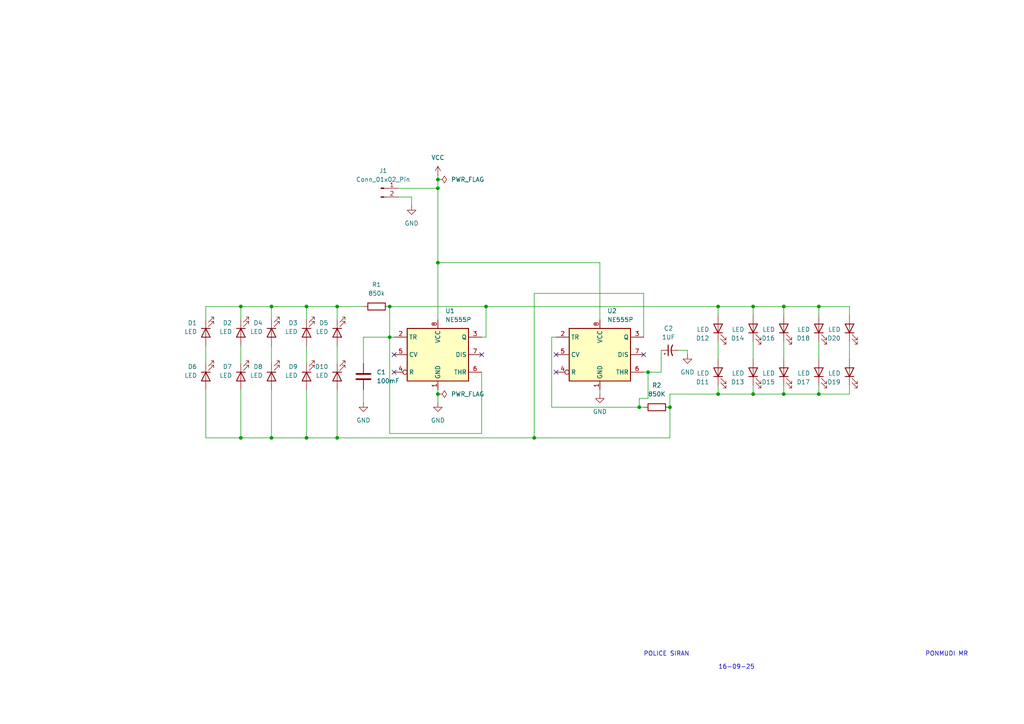
<source format=kicad_sch>
(kicad_sch
	(version 20250114)
	(generator "eeschema")
	(generator_version "9.0")
	(uuid "23648c77-e266-498a-ac36-69a444582530")
	(paper "A4")
	(lib_symbols
		(symbol "Connector:Conn_01x02_Pin"
			(pin_names
				(offset 1.016)
				(hide yes)
			)
			(exclude_from_sim no)
			(in_bom yes)
			(on_board yes)
			(property "Reference" "J"
				(at 0 2.54 0)
				(effects
					(font
						(size 1.27 1.27)
					)
				)
			)
			(property "Value" "Conn_01x02_Pin"
				(at 0 -5.08 0)
				(effects
					(font
						(size 1.27 1.27)
					)
				)
			)
			(property "Footprint" ""
				(at 0 0 0)
				(effects
					(font
						(size 1.27 1.27)
					)
					(hide yes)
				)
			)
			(property "Datasheet" "~"
				(at 0 0 0)
				(effects
					(font
						(size 1.27 1.27)
					)
					(hide yes)
				)
			)
			(property "Description" "Generic connector, single row, 01x02, script generated"
				(at 0 0 0)
				(effects
					(font
						(size 1.27 1.27)
					)
					(hide yes)
				)
			)
			(property "ki_locked" ""
				(at 0 0 0)
				(effects
					(font
						(size 1.27 1.27)
					)
				)
			)
			(property "ki_keywords" "connector"
				(at 0 0 0)
				(effects
					(font
						(size 1.27 1.27)
					)
					(hide yes)
				)
			)
			(property "ki_fp_filters" "Connector*:*_1x??_*"
				(at 0 0 0)
				(effects
					(font
						(size 1.27 1.27)
					)
					(hide yes)
				)
			)
			(symbol "Conn_01x02_Pin_1_1"
				(rectangle
					(start 0.8636 0.127)
					(end 0 -0.127)
					(stroke
						(width 0.1524)
						(type default)
					)
					(fill
						(type outline)
					)
				)
				(rectangle
					(start 0.8636 -2.413)
					(end 0 -2.667)
					(stroke
						(width 0.1524)
						(type default)
					)
					(fill
						(type outline)
					)
				)
				(polyline
					(pts
						(xy 1.27 0) (xy 0.8636 0)
					)
					(stroke
						(width 0.1524)
						(type default)
					)
					(fill
						(type none)
					)
				)
				(polyline
					(pts
						(xy 1.27 -2.54) (xy 0.8636 -2.54)
					)
					(stroke
						(width 0.1524)
						(type default)
					)
					(fill
						(type none)
					)
				)
				(pin passive line
					(at 5.08 0 180)
					(length 3.81)
					(name "Pin_1"
						(effects
							(font
								(size 1.27 1.27)
							)
						)
					)
					(number "1"
						(effects
							(font
								(size 1.27 1.27)
							)
						)
					)
				)
				(pin passive line
					(at 5.08 -2.54 180)
					(length 3.81)
					(name "Pin_2"
						(effects
							(font
								(size 1.27 1.27)
							)
						)
					)
					(number "2"
						(effects
							(font
								(size 1.27 1.27)
							)
						)
					)
				)
			)
			(embedded_fonts no)
		)
		(symbol "Device:C"
			(pin_numbers
				(hide yes)
			)
			(pin_names
				(offset 0.254)
			)
			(exclude_from_sim no)
			(in_bom yes)
			(on_board yes)
			(property "Reference" "C"
				(at 0.635 2.54 0)
				(effects
					(font
						(size 1.27 1.27)
					)
					(justify left)
				)
			)
			(property "Value" "C"
				(at 0.635 -2.54 0)
				(effects
					(font
						(size 1.27 1.27)
					)
					(justify left)
				)
			)
			(property "Footprint" ""
				(at 0.9652 -3.81 0)
				(effects
					(font
						(size 1.27 1.27)
					)
					(hide yes)
				)
			)
			(property "Datasheet" "~"
				(at 0 0 0)
				(effects
					(font
						(size 1.27 1.27)
					)
					(hide yes)
				)
			)
			(property "Description" "Unpolarized capacitor"
				(at 0 0 0)
				(effects
					(font
						(size 1.27 1.27)
					)
					(hide yes)
				)
			)
			(property "ki_keywords" "cap capacitor"
				(at 0 0 0)
				(effects
					(font
						(size 1.27 1.27)
					)
					(hide yes)
				)
			)
			(property "ki_fp_filters" "C_*"
				(at 0 0 0)
				(effects
					(font
						(size 1.27 1.27)
					)
					(hide yes)
				)
			)
			(symbol "C_0_1"
				(polyline
					(pts
						(xy -2.032 0.762) (xy 2.032 0.762)
					)
					(stroke
						(width 0.508)
						(type default)
					)
					(fill
						(type none)
					)
				)
				(polyline
					(pts
						(xy -2.032 -0.762) (xy 2.032 -0.762)
					)
					(stroke
						(width 0.508)
						(type default)
					)
					(fill
						(type none)
					)
				)
			)
			(symbol "C_1_1"
				(pin passive line
					(at 0 3.81 270)
					(length 2.794)
					(name "~"
						(effects
							(font
								(size 1.27 1.27)
							)
						)
					)
					(number "1"
						(effects
							(font
								(size 1.27 1.27)
							)
						)
					)
				)
				(pin passive line
					(at 0 -3.81 90)
					(length 2.794)
					(name "~"
						(effects
							(font
								(size 1.27 1.27)
							)
						)
					)
					(number "2"
						(effects
							(font
								(size 1.27 1.27)
							)
						)
					)
				)
			)
			(embedded_fonts no)
		)
		(symbol "Device:C_Polarized_Small_US"
			(pin_numbers
				(hide yes)
			)
			(pin_names
				(offset 0.254)
				(hide yes)
			)
			(exclude_from_sim no)
			(in_bom yes)
			(on_board yes)
			(property "Reference" "C"
				(at 0.254 1.778 0)
				(effects
					(font
						(size 1.27 1.27)
					)
					(justify left)
				)
			)
			(property "Value" "C_Polarized_Small_US"
				(at 0.254 -2.032 0)
				(effects
					(font
						(size 1.27 1.27)
					)
					(justify left)
				)
			)
			(property "Footprint" ""
				(at 0 0 0)
				(effects
					(font
						(size 1.27 1.27)
					)
					(hide yes)
				)
			)
			(property "Datasheet" "~"
				(at 0 0 0)
				(effects
					(font
						(size 1.27 1.27)
					)
					(hide yes)
				)
			)
			(property "Description" "Polarized capacitor, small US symbol"
				(at 0 0 0)
				(effects
					(font
						(size 1.27 1.27)
					)
					(hide yes)
				)
			)
			(property "ki_keywords" "cap capacitor"
				(at 0 0 0)
				(effects
					(font
						(size 1.27 1.27)
					)
					(hide yes)
				)
			)
			(property "ki_fp_filters" "CP_*"
				(at 0 0 0)
				(effects
					(font
						(size 1.27 1.27)
					)
					(hide yes)
				)
			)
			(symbol "C_Polarized_Small_US_0_1"
				(polyline
					(pts
						(xy -1.524 0.508) (xy 1.524 0.508)
					)
					(stroke
						(width 0.3048)
						(type default)
					)
					(fill
						(type none)
					)
				)
				(polyline
					(pts
						(xy -1.27 1.524) (xy -0.762 1.524)
					)
					(stroke
						(width 0)
						(type default)
					)
					(fill
						(type none)
					)
				)
				(polyline
					(pts
						(xy -1.016 1.27) (xy -1.016 1.778)
					)
					(stroke
						(width 0)
						(type default)
					)
					(fill
						(type none)
					)
				)
				(arc
					(start -1.524 -0.762)
					(mid 0 -0.3734)
					(end 1.524 -0.762)
					(stroke
						(width 0.3048)
						(type default)
					)
					(fill
						(type none)
					)
				)
			)
			(symbol "C_Polarized_Small_US_1_1"
				(pin passive line
					(at 0 2.54 270)
					(length 2.032)
					(name "~"
						(effects
							(font
								(size 1.27 1.27)
							)
						)
					)
					(number "1"
						(effects
							(font
								(size 1.27 1.27)
							)
						)
					)
				)
				(pin passive line
					(at 0 -2.54 90)
					(length 2.032)
					(name "~"
						(effects
							(font
								(size 1.27 1.27)
							)
						)
					)
					(number "2"
						(effects
							(font
								(size 1.27 1.27)
							)
						)
					)
				)
			)
			(embedded_fonts no)
		)
		(symbol "Device:LED"
			(pin_numbers
				(hide yes)
			)
			(pin_names
				(offset 1.016)
				(hide yes)
			)
			(exclude_from_sim no)
			(in_bom yes)
			(on_board yes)
			(property "Reference" "D"
				(at 0 2.54 0)
				(effects
					(font
						(size 1.27 1.27)
					)
				)
			)
			(property "Value" "LED"
				(at 0 -2.54 0)
				(effects
					(font
						(size 1.27 1.27)
					)
				)
			)
			(property "Footprint" ""
				(at 0 0 0)
				(effects
					(font
						(size 1.27 1.27)
					)
					(hide yes)
				)
			)
			(property "Datasheet" "~"
				(at 0 0 0)
				(effects
					(font
						(size 1.27 1.27)
					)
					(hide yes)
				)
			)
			(property "Description" "Light emitting diode"
				(at 0 0 0)
				(effects
					(font
						(size 1.27 1.27)
					)
					(hide yes)
				)
			)
			(property "Sim.Pins" "1=K 2=A"
				(at 0 0 0)
				(effects
					(font
						(size 1.27 1.27)
					)
					(hide yes)
				)
			)
			(property "ki_keywords" "LED diode"
				(at 0 0 0)
				(effects
					(font
						(size 1.27 1.27)
					)
					(hide yes)
				)
			)
			(property "ki_fp_filters" "LED* LED_SMD:* LED_THT:*"
				(at 0 0 0)
				(effects
					(font
						(size 1.27 1.27)
					)
					(hide yes)
				)
			)
			(symbol "LED_0_1"
				(polyline
					(pts
						(xy -3.048 -0.762) (xy -4.572 -2.286) (xy -3.81 -2.286) (xy -4.572 -2.286) (xy -4.572 -1.524)
					)
					(stroke
						(width 0)
						(type default)
					)
					(fill
						(type none)
					)
				)
				(polyline
					(pts
						(xy -1.778 -0.762) (xy -3.302 -2.286) (xy -2.54 -2.286) (xy -3.302 -2.286) (xy -3.302 -1.524)
					)
					(stroke
						(width 0)
						(type default)
					)
					(fill
						(type none)
					)
				)
				(polyline
					(pts
						(xy -1.27 0) (xy 1.27 0)
					)
					(stroke
						(width 0)
						(type default)
					)
					(fill
						(type none)
					)
				)
				(polyline
					(pts
						(xy -1.27 -1.27) (xy -1.27 1.27)
					)
					(stroke
						(width 0.254)
						(type default)
					)
					(fill
						(type none)
					)
				)
				(polyline
					(pts
						(xy 1.27 -1.27) (xy 1.27 1.27) (xy -1.27 0) (xy 1.27 -1.27)
					)
					(stroke
						(width 0.254)
						(type default)
					)
					(fill
						(type none)
					)
				)
			)
			(symbol "LED_1_1"
				(pin passive line
					(at -3.81 0 0)
					(length 2.54)
					(name "K"
						(effects
							(font
								(size 1.27 1.27)
							)
						)
					)
					(number "1"
						(effects
							(font
								(size 1.27 1.27)
							)
						)
					)
				)
				(pin passive line
					(at 3.81 0 180)
					(length 2.54)
					(name "A"
						(effects
							(font
								(size 1.27 1.27)
							)
						)
					)
					(number "2"
						(effects
							(font
								(size 1.27 1.27)
							)
						)
					)
				)
			)
			(embedded_fonts no)
		)
		(symbol "Device:R"
			(pin_numbers
				(hide yes)
			)
			(pin_names
				(offset 0)
			)
			(exclude_from_sim no)
			(in_bom yes)
			(on_board yes)
			(property "Reference" "R"
				(at 2.032 0 90)
				(effects
					(font
						(size 1.27 1.27)
					)
				)
			)
			(property "Value" "R"
				(at 0 0 90)
				(effects
					(font
						(size 1.27 1.27)
					)
				)
			)
			(property "Footprint" ""
				(at -1.778 0 90)
				(effects
					(font
						(size 1.27 1.27)
					)
					(hide yes)
				)
			)
			(property "Datasheet" "~"
				(at 0 0 0)
				(effects
					(font
						(size 1.27 1.27)
					)
					(hide yes)
				)
			)
			(property "Description" "Resistor"
				(at 0 0 0)
				(effects
					(font
						(size 1.27 1.27)
					)
					(hide yes)
				)
			)
			(property "ki_keywords" "R res resistor"
				(at 0 0 0)
				(effects
					(font
						(size 1.27 1.27)
					)
					(hide yes)
				)
			)
			(property "ki_fp_filters" "R_*"
				(at 0 0 0)
				(effects
					(font
						(size 1.27 1.27)
					)
					(hide yes)
				)
			)
			(symbol "R_0_1"
				(rectangle
					(start -1.016 -2.54)
					(end 1.016 2.54)
					(stroke
						(width 0.254)
						(type default)
					)
					(fill
						(type none)
					)
				)
			)
			(symbol "R_1_1"
				(pin passive line
					(at 0 3.81 270)
					(length 1.27)
					(name "~"
						(effects
							(font
								(size 1.27 1.27)
							)
						)
					)
					(number "1"
						(effects
							(font
								(size 1.27 1.27)
							)
						)
					)
				)
				(pin passive line
					(at 0 -3.81 90)
					(length 1.27)
					(name "~"
						(effects
							(font
								(size 1.27 1.27)
							)
						)
					)
					(number "2"
						(effects
							(font
								(size 1.27 1.27)
							)
						)
					)
				)
			)
			(embedded_fonts no)
		)
		(symbol "Timer:NE555P"
			(exclude_from_sim no)
			(in_bom yes)
			(on_board yes)
			(property "Reference" "U"
				(at -10.16 8.89 0)
				(effects
					(font
						(size 1.27 1.27)
					)
					(justify left)
				)
			)
			(property "Value" "NE555P"
				(at 2.54 8.89 0)
				(effects
					(font
						(size 1.27 1.27)
					)
					(justify left)
				)
			)
			(property "Footprint" "Package_DIP:DIP-8_W7.62mm"
				(at 16.51 -10.16 0)
				(effects
					(font
						(size 1.27 1.27)
					)
					(hide yes)
				)
			)
			(property "Datasheet" "http://www.ti.com/lit/ds/symlink/ne555.pdf"
				(at 21.59 -10.16 0)
				(effects
					(font
						(size 1.27 1.27)
					)
					(hide yes)
				)
			)
			(property "Description" "Precision Timers, 555 compatible,  PDIP-8"
				(at 0 0 0)
				(effects
					(font
						(size 1.27 1.27)
					)
					(hide yes)
				)
			)
			(property "ki_keywords" "single timer 555"
				(at 0 0 0)
				(effects
					(font
						(size 1.27 1.27)
					)
					(hide yes)
				)
			)
			(property "ki_fp_filters" "DIP*W7.62mm*"
				(at 0 0 0)
				(effects
					(font
						(size 1.27 1.27)
					)
					(hide yes)
				)
			)
			(symbol "NE555P_0_0"
				(pin power_in line
					(at 0 10.16 270)
					(length 2.54)
					(name "VCC"
						(effects
							(font
								(size 1.27 1.27)
							)
						)
					)
					(number "8"
						(effects
							(font
								(size 1.27 1.27)
							)
						)
					)
				)
				(pin power_in line
					(at 0 -10.16 90)
					(length 2.54)
					(name "GND"
						(effects
							(font
								(size 1.27 1.27)
							)
						)
					)
					(number "1"
						(effects
							(font
								(size 1.27 1.27)
							)
						)
					)
				)
			)
			(symbol "NE555P_0_1"
				(rectangle
					(start -8.89 -7.62)
					(end 8.89 7.62)
					(stroke
						(width 0.254)
						(type default)
					)
					(fill
						(type background)
					)
				)
				(rectangle
					(start -8.89 -7.62)
					(end 8.89 7.62)
					(stroke
						(width 0.254)
						(type default)
					)
					(fill
						(type background)
					)
				)
			)
			(symbol "NE555P_1_1"
				(pin input line
					(at -12.7 5.08 0)
					(length 3.81)
					(name "TR"
						(effects
							(font
								(size 1.27 1.27)
							)
						)
					)
					(number "2"
						(effects
							(font
								(size 1.27 1.27)
							)
						)
					)
				)
				(pin input line
					(at -12.7 0 0)
					(length 3.81)
					(name "CV"
						(effects
							(font
								(size 1.27 1.27)
							)
						)
					)
					(number "5"
						(effects
							(font
								(size 1.27 1.27)
							)
						)
					)
				)
				(pin input inverted
					(at -12.7 -5.08 0)
					(length 3.81)
					(name "R"
						(effects
							(font
								(size 1.27 1.27)
							)
						)
					)
					(number "4"
						(effects
							(font
								(size 1.27 1.27)
							)
						)
					)
				)
				(pin output line
					(at 12.7 5.08 180)
					(length 3.81)
					(name "Q"
						(effects
							(font
								(size 1.27 1.27)
							)
						)
					)
					(number "3"
						(effects
							(font
								(size 1.27 1.27)
							)
						)
					)
				)
				(pin input line
					(at 12.7 0 180)
					(length 3.81)
					(name "DIS"
						(effects
							(font
								(size 1.27 1.27)
							)
						)
					)
					(number "7"
						(effects
							(font
								(size 1.27 1.27)
							)
						)
					)
				)
				(pin input line
					(at 12.7 -5.08 180)
					(length 3.81)
					(name "THR"
						(effects
							(font
								(size 1.27 1.27)
							)
						)
					)
					(number "6"
						(effects
							(font
								(size 1.27 1.27)
							)
						)
					)
				)
			)
			(embedded_fonts no)
		)
		(symbol "power:GND"
			(power)
			(pin_numbers
				(hide yes)
			)
			(pin_names
				(offset 0)
				(hide yes)
			)
			(exclude_from_sim no)
			(in_bom yes)
			(on_board yes)
			(property "Reference" "#PWR"
				(at 0 -6.35 0)
				(effects
					(font
						(size 1.27 1.27)
					)
					(hide yes)
				)
			)
			(property "Value" "GND"
				(at 0 -3.81 0)
				(effects
					(font
						(size 1.27 1.27)
					)
				)
			)
			(property "Footprint" ""
				(at 0 0 0)
				(effects
					(font
						(size 1.27 1.27)
					)
					(hide yes)
				)
			)
			(property "Datasheet" ""
				(at 0 0 0)
				(effects
					(font
						(size 1.27 1.27)
					)
					(hide yes)
				)
			)
			(property "Description" "Power symbol creates a global label with name \"GND\" , ground"
				(at 0 0 0)
				(effects
					(font
						(size 1.27 1.27)
					)
					(hide yes)
				)
			)
			(property "ki_keywords" "global power"
				(at 0 0 0)
				(effects
					(font
						(size 1.27 1.27)
					)
					(hide yes)
				)
			)
			(symbol "GND_0_1"
				(polyline
					(pts
						(xy 0 0) (xy 0 -1.27) (xy 1.27 -1.27) (xy 0 -2.54) (xy -1.27 -1.27) (xy 0 -1.27)
					)
					(stroke
						(width 0)
						(type default)
					)
					(fill
						(type none)
					)
				)
			)
			(symbol "GND_1_1"
				(pin power_in line
					(at 0 0 270)
					(length 0)
					(name "~"
						(effects
							(font
								(size 1.27 1.27)
							)
						)
					)
					(number "1"
						(effects
							(font
								(size 1.27 1.27)
							)
						)
					)
				)
			)
			(embedded_fonts no)
		)
		(symbol "power:PWR_FLAG"
			(power)
			(pin_numbers
				(hide yes)
			)
			(pin_names
				(offset 0)
				(hide yes)
			)
			(exclude_from_sim no)
			(in_bom yes)
			(on_board yes)
			(property "Reference" "#FLG"
				(at 0 1.905 0)
				(effects
					(font
						(size 1.27 1.27)
					)
					(hide yes)
				)
			)
			(property "Value" "PWR_FLAG"
				(at 0 3.81 0)
				(effects
					(font
						(size 1.27 1.27)
					)
				)
			)
			(property "Footprint" ""
				(at 0 0 0)
				(effects
					(font
						(size 1.27 1.27)
					)
					(hide yes)
				)
			)
			(property "Datasheet" "~"
				(at 0 0 0)
				(effects
					(font
						(size 1.27 1.27)
					)
					(hide yes)
				)
			)
			(property "Description" "Special symbol for telling ERC where power comes from"
				(at 0 0 0)
				(effects
					(font
						(size 1.27 1.27)
					)
					(hide yes)
				)
			)
			(property "ki_keywords" "flag power"
				(at 0 0 0)
				(effects
					(font
						(size 1.27 1.27)
					)
					(hide yes)
				)
			)
			(symbol "PWR_FLAG_0_0"
				(pin power_out line
					(at 0 0 90)
					(length 0)
					(name "~"
						(effects
							(font
								(size 1.27 1.27)
							)
						)
					)
					(number "1"
						(effects
							(font
								(size 1.27 1.27)
							)
						)
					)
				)
			)
			(symbol "PWR_FLAG_0_1"
				(polyline
					(pts
						(xy 0 0) (xy 0 1.27) (xy -1.016 1.905) (xy 0 2.54) (xy 1.016 1.905) (xy 0 1.27)
					)
					(stroke
						(width 0)
						(type default)
					)
					(fill
						(type none)
					)
				)
			)
			(embedded_fonts no)
		)
		(symbol "power:VCC"
			(power)
			(pin_numbers
				(hide yes)
			)
			(pin_names
				(offset 0)
				(hide yes)
			)
			(exclude_from_sim no)
			(in_bom yes)
			(on_board yes)
			(property "Reference" "#PWR"
				(at 0 -3.81 0)
				(effects
					(font
						(size 1.27 1.27)
					)
					(hide yes)
				)
			)
			(property "Value" "VCC"
				(at 0 3.556 0)
				(effects
					(font
						(size 1.27 1.27)
					)
				)
			)
			(property "Footprint" ""
				(at 0 0 0)
				(effects
					(font
						(size 1.27 1.27)
					)
					(hide yes)
				)
			)
			(property "Datasheet" ""
				(at 0 0 0)
				(effects
					(font
						(size 1.27 1.27)
					)
					(hide yes)
				)
			)
			(property "Description" "Power symbol creates a global label with name \"VCC\""
				(at 0 0 0)
				(effects
					(font
						(size 1.27 1.27)
					)
					(hide yes)
				)
			)
			(property "ki_keywords" "global power"
				(at 0 0 0)
				(effects
					(font
						(size 1.27 1.27)
					)
					(hide yes)
				)
			)
			(symbol "VCC_0_1"
				(polyline
					(pts
						(xy -0.762 1.27) (xy 0 2.54)
					)
					(stroke
						(width 0)
						(type default)
					)
					(fill
						(type none)
					)
				)
				(polyline
					(pts
						(xy 0 2.54) (xy 0.762 1.27)
					)
					(stroke
						(width 0)
						(type default)
					)
					(fill
						(type none)
					)
				)
				(polyline
					(pts
						(xy 0 0) (xy 0 2.54)
					)
					(stroke
						(width 0)
						(type default)
					)
					(fill
						(type none)
					)
				)
			)
			(symbol "VCC_1_1"
				(pin power_in line
					(at 0 0 90)
					(length 0)
					(name "~"
						(effects
							(font
								(size 1.27 1.27)
							)
						)
					)
					(number "1"
						(effects
							(font
								(size 1.27 1.27)
							)
						)
					)
				)
			)
			(embedded_fonts no)
		)
	)
	(text "16-09-25"
		(exclude_from_sim no)
		(at 213.614 193.548 0)
		(effects
			(font
				(size 1.27 1.27)
			)
		)
		(uuid "190a712b-8fdd-4c8b-bdb1-7e040c3bc4b4")
	)
	(text "PONMUDI MR "
		(exclude_from_sim no)
		(at 275.082 189.738 0)
		(effects
			(font
				(size 1.27 1.27)
			)
		)
		(uuid "5b91edb4-e439-42d1-a8f0-30bbd7c8847c")
	)
	(text "POLICE SIRAN "
		(exclude_from_sim no)
		(at 193.802 189.738 0)
		(effects
			(font
				(size 1.27 1.27)
			)
		)
		(uuid "76e35b9e-a14e-43dc-91cc-1cc0d6df868b")
	)
	(junction
		(at 127 54.61)
		(diameter 0)
		(color 0 0 0 0)
		(uuid "03741f49-8b42-41f1-9d0a-b53c4ace45f1")
	)
	(junction
		(at 237.49 114.3)
		(diameter 0)
		(color 0 0 0 0)
		(uuid "077e9b2e-a89f-4bcc-992d-df5ff0b4f0af")
	)
	(junction
		(at 113.03 88.9)
		(diameter 0)
		(color 0 0 0 0)
		(uuid "18b0a3e1-10cc-4ab4-8b56-45fa58280bdf")
	)
	(junction
		(at 78.74 127)
		(diameter 0)
		(color 0 0 0 0)
		(uuid "357ea27b-149c-4174-8ad5-372fdafc100d")
	)
	(junction
		(at 218.44 88.9)
		(diameter 0)
		(color 0 0 0 0)
		(uuid "45a98826-df5a-4a0a-9274-34af2cfb3c25")
	)
	(junction
		(at 127 52.07)
		(diameter 0)
		(color 0 0 0 0)
		(uuid "4a945bb1-a30c-4614-a2f8-cee54e9d4258")
	)
	(junction
		(at 69.85 88.9)
		(diameter 0)
		(color 0 0 0 0)
		(uuid "4b252b8c-ac3c-4b6f-a55d-067445b197be")
	)
	(junction
		(at 194.31 118.11)
		(diameter 0)
		(color 0 0 0 0)
		(uuid "4e5c08e7-039a-453e-a153-ef31b333a206")
	)
	(junction
		(at 237.49 88.9)
		(diameter 0)
		(color 0 0 0 0)
		(uuid "60a32ce9-0fda-441c-83b8-3f34b5301747")
	)
	(junction
		(at 218.44 114.3)
		(diameter 0)
		(color 0 0 0 0)
		(uuid "654a14c9-16d4-47f7-b8f8-e91120d99b49")
	)
	(junction
		(at 154.94 127)
		(diameter 0)
		(color 0 0 0 0)
		(uuid "683fac4c-b1af-4d15-9460-d968c27111dc")
	)
	(junction
		(at 185.42 118.11)
		(diameter 0)
		(color 0 0 0 0)
		(uuid "699f73ea-32c5-463b-a219-8096601cc7f9")
	)
	(junction
		(at 97.79 88.9)
		(diameter 0)
		(color 0 0 0 0)
		(uuid "78af68da-7d12-4e8b-9829-7037a49f26ab")
	)
	(junction
		(at 88.9 127)
		(diameter 0)
		(color 0 0 0 0)
		(uuid "7999b30d-2cbe-479d-b919-d4e6304243e3")
	)
	(junction
		(at 97.79 127)
		(diameter 0)
		(color 0 0 0 0)
		(uuid "835f68e5-840b-438b-b2f7-ca99ed871fd4")
	)
	(junction
		(at 227.33 88.9)
		(diameter 0)
		(color 0 0 0 0)
		(uuid "83aefdbb-85f4-4540-aa35-f8463d2af91c")
	)
	(junction
		(at 208.28 114.3)
		(diameter 0)
		(color 0 0 0 0)
		(uuid "8dcc3344-3353-4b94-806a-fa45c575d2eb")
	)
	(junction
		(at 127 76.2)
		(diameter 0)
		(color 0 0 0 0)
		(uuid "9514f9e6-67bd-47c8-8972-41a6f47b35f5")
	)
	(junction
		(at 208.28 88.9)
		(diameter 0)
		(color 0 0 0 0)
		(uuid "956bee3d-2e3d-4554-8156-e61bd285c2e8")
	)
	(junction
		(at 127 114.3)
		(diameter 0)
		(color 0 0 0 0)
		(uuid "c7bd2270-07bd-4175-abdf-0695912925ce")
	)
	(junction
		(at 140.97 88.9)
		(diameter 0)
		(color 0 0 0 0)
		(uuid "ce155b3c-d3a1-48c2-8943-5021a765cf10")
	)
	(junction
		(at 113.03 97.79)
		(diameter 0)
		(color 0 0 0 0)
		(uuid "d85c305b-b967-43b9-8900-b5ab6f7f03d1")
	)
	(junction
		(at 78.74 88.9)
		(diameter 0)
		(color 0 0 0 0)
		(uuid "d900af4e-51c0-48cd-a58f-0636f7abdb51")
	)
	(junction
		(at 227.33 114.3)
		(diameter 0)
		(color 0 0 0 0)
		(uuid "ee8be7a8-a4b3-4057-a6a5-84f76cc35195")
	)
	(junction
		(at 187.96 107.95)
		(diameter 0)
		(color 0 0 0 0)
		(uuid "f28f4e61-4049-4ff4-954b-142cb46a7864")
	)
	(junction
		(at 88.9 88.9)
		(diameter 0)
		(color 0 0 0 0)
		(uuid "f503dd1b-5ee2-499e-9f8a-ea17083108c2")
	)
	(junction
		(at 69.85 127)
		(diameter 0)
		(color 0 0 0 0)
		(uuid "f7055ad7-7418-4b55-b78d-6b93f87fdb1d")
	)
	(no_connect
		(at 186.69 102.87)
		(uuid "02a4bc99-aed9-4217-8db3-2f01429eac57")
	)
	(no_connect
		(at 139.7 102.87)
		(uuid "037e5a39-67e6-4b12-89a3-5dbe1c48cc90")
	)
	(no_connect
		(at 161.29 107.95)
		(uuid "6bb52e80-60a9-4b1b-bcf8-d18858e759db")
	)
	(no_connect
		(at 114.3 102.87)
		(uuid "7c8f5e41-2c7f-4449-9f97-204f4b2d1f74")
	)
	(no_connect
		(at 161.29 102.87)
		(uuid "89d9dd48-f7ca-4f78-9b07-0346a4a40a84")
	)
	(no_connect
		(at 114.3 107.95)
		(uuid "91ba815c-ece4-44da-97a9-f14f338a69f6")
	)
	(wire
		(pts
			(xy 227.33 88.9) (xy 227.33 91.44)
		)
		(stroke
			(width 0)
			(type default)
		)
		(uuid "03797948-0b60-43bf-a8b7-d7dc9f3bdeee")
	)
	(wire
		(pts
			(xy 105.41 97.79) (xy 105.41 105.41)
		)
		(stroke
			(width 0)
			(type default)
		)
		(uuid "0466ac06-9be1-48e6-8dcf-2b02c69d9493")
	)
	(wire
		(pts
			(xy 115.57 57.15) (xy 119.38 57.15)
		)
		(stroke
			(width 0)
			(type default)
		)
		(uuid "073c5136-f701-4aea-9f77-e60cd97a67f9")
	)
	(wire
		(pts
			(xy 59.69 92.71) (xy 59.69 88.9)
		)
		(stroke
			(width 0)
			(type default)
		)
		(uuid "0774a4bf-bacb-4a0e-8d1f-3dabbc5cb2f9")
	)
	(wire
		(pts
			(xy 97.79 127) (xy 154.94 127)
		)
		(stroke
			(width 0)
			(type default)
		)
		(uuid "0bc83fb0-c6e4-4690-816a-3a9075e47028")
	)
	(wire
		(pts
			(xy 69.85 100.33) (xy 69.85 105.41)
		)
		(stroke
			(width 0)
			(type default)
		)
		(uuid "0eea284f-b029-46a1-9109-242593429eda")
	)
	(wire
		(pts
			(xy 113.03 97.79) (xy 105.41 97.79)
		)
		(stroke
			(width 0)
			(type default)
		)
		(uuid "0f6bef03-a522-419a-8e71-f4a559677eaf")
	)
	(wire
		(pts
			(xy 185.42 115.57) (xy 185.42 118.11)
		)
		(stroke
			(width 0)
			(type default)
		)
		(uuid "110f3104-cbbe-474a-95fa-7a0657206ab8")
	)
	(wire
		(pts
			(xy 208.28 88.9) (xy 208.28 91.44)
		)
		(stroke
			(width 0)
			(type default)
		)
		(uuid "125c9edf-5953-4728-b78e-ce47d0d215db")
	)
	(wire
		(pts
			(xy 69.85 88.9) (xy 78.74 88.9)
		)
		(stroke
			(width 0)
			(type default)
		)
		(uuid "137b1ef8-1022-4afb-b1b4-e407e9071711")
	)
	(wire
		(pts
			(xy 154.94 85.09) (xy 154.94 127)
		)
		(stroke
			(width 0)
			(type default)
		)
		(uuid "1bffdbe7-9975-4156-a0a4-1ddda7e614e4")
	)
	(wire
		(pts
			(xy 113.03 88.9) (xy 113.03 97.79)
		)
		(stroke
			(width 0)
			(type default)
		)
		(uuid "1db1f794-1a66-44ad-8873-40795d7b1cf9")
	)
	(wire
		(pts
			(xy 237.49 88.9) (xy 237.49 91.44)
		)
		(stroke
			(width 0)
			(type default)
		)
		(uuid "1dfc3a49-0cdc-4aa8-84ba-1c415349633e")
	)
	(wire
		(pts
			(xy 139.7 107.95) (xy 139.7 125.73)
		)
		(stroke
			(width 0)
			(type default)
		)
		(uuid "1e89c5f9-914d-47cb-94e4-770de2fa0126")
	)
	(wire
		(pts
			(xy 173.99 76.2) (xy 173.99 92.71)
		)
		(stroke
			(width 0)
			(type default)
		)
		(uuid "255676ac-70ac-4a7c-94be-3b7934d36290")
	)
	(wire
		(pts
			(xy 237.49 111.76) (xy 237.49 114.3)
		)
		(stroke
			(width 0)
			(type default)
		)
		(uuid "2628823f-0a18-4db6-bb8c-deab981bf0ec")
	)
	(wire
		(pts
			(xy 218.44 88.9) (xy 218.44 91.44)
		)
		(stroke
			(width 0)
			(type default)
		)
		(uuid "2659f298-dfb8-4f57-a7f3-6b9cb537d4ac")
	)
	(wire
		(pts
			(xy 127 113.03) (xy 127 114.3)
		)
		(stroke
			(width 0)
			(type default)
		)
		(uuid "2a252a02-00bf-4c12-9015-bcddbc063455")
	)
	(wire
		(pts
			(xy 161.29 97.79) (xy 160.02 97.79)
		)
		(stroke
			(width 0)
			(type default)
		)
		(uuid "2b8ea61c-2cb4-4d64-962c-0bbf4d501789")
	)
	(wire
		(pts
			(xy 97.79 100.33) (xy 97.79 105.41)
		)
		(stroke
			(width 0)
			(type default)
		)
		(uuid "31694407-98c6-4ef0-ad33-50df9217231b")
	)
	(wire
		(pts
			(xy 160.02 97.79) (xy 160.02 118.11)
		)
		(stroke
			(width 0)
			(type default)
		)
		(uuid "3201663b-ef79-42a0-8225-1f5e316c092a")
	)
	(wire
		(pts
			(xy 208.28 88.9) (xy 140.97 88.9)
		)
		(stroke
			(width 0)
			(type default)
		)
		(uuid "330994f1-9903-4062-8f10-c08db2c596a7")
	)
	(wire
		(pts
			(xy 59.69 113.03) (xy 59.69 127)
		)
		(stroke
			(width 0)
			(type default)
		)
		(uuid "33894a17-6b0a-434f-b161-280b16543534")
	)
	(wire
		(pts
			(xy 173.99 113.03) (xy 173.99 114.3)
		)
		(stroke
			(width 0)
			(type default)
		)
		(uuid "33d3c5c3-bb22-4800-962d-5977c9870bb8")
	)
	(wire
		(pts
			(xy 127 50.8) (xy 127 52.07)
		)
		(stroke
			(width 0)
			(type default)
		)
		(uuid "33d6a133-1f8e-48e4-b555-c84f32e17ab9")
	)
	(wire
		(pts
			(xy 218.44 111.76) (xy 218.44 114.3)
		)
		(stroke
			(width 0)
			(type default)
		)
		(uuid "3532e2a4-df62-4b91-92cb-bf6413848e9c")
	)
	(wire
		(pts
			(xy 191.77 107.95) (xy 191.77 101.6)
		)
		(stroke
			(width 0)
			(type default)
		)
		(uuid "359256b7-3c26-4513-a099-13ff936e8112")
	)
	(wire
		(pts
			(xy 246.38 99.06) (xy 246.38 104.14)
		)
		(stroke
			(width 0)
			(type default)
		)
		(uuid "36285e26-1b6e-409a-882a-c25b993b2372")
	)
	(wire
		(pts
			(xy 78.74 113.03) (xy 78.74 127)
		)
		(stroke
			(width 0)
			(type default)
		)
		(uuid "3a88124d-27db-44c8-a8c4-c4370457d286")
	)
	(wire
		(pts
			(xy 227.33 114.3) (xy 218.44 114.3)
		)
		(stroke
			(width 0)
			(type default)
		)
		(uuid "3faf2017-911e-4c48-9e5a-6e9f44c5a4af")
	)
	(wire
		(pts
			(xy 218.44 88.9) (xy 208.28 88.9)
		)
		(stroke
			(width 0)
			(type default)
		)
		(uuid "404c1576-ee88-4bdb-8b7a-df3ee48038ca")
	)
	(wire
		(pts
			(xy 113.03 97.79) (xy 113.03 125.73)
		)
		(stroke
			(width 0)
			(type default)
		)
		(uuid "45d0012e-efde-4685-8d89-a37cdd7acef6")
	)
	(wire
		(pts
			(xy 97.79 88.9) (xy 105.41 88.9)
		)
		(stroke
			(width 0)
			(type default)
		)
		(uuid "4b160ecc-d014-4f7a-934f-63d68946ccfe")
	)
	(wire
		(pts
			(xy 186.69 85.09) (xy 154.94 85.09)
		)
		(stroke
			(width 0)
			(type default)
		)
		(uuid "4b448beb-14a5-44c1-adff-22c2399f9766")
	)
	(wire
		(pts
			(xy 246.38 91.44) (xy 246.38 88.9)
		)
		(stroke
			(width 0)
			(type default)
		)
		(uuid "4cb87582-d2e8-4e6c-99e6-470e02e4cb7b")
	)
	(wire
		(pts
			(xy 69.85 88.9) (xy 69.85 92.71)
		)
		(stroke
			(width 0)
			(type default)
		)
		(uuid "50559a18-290e-42be-93af-ad33463c06e3")
	)
	(wire
		(pts
			(xy 127 76.2) (xy 173.99 76.2)
		)
		(stroke
			(width 0)
			(type default)
		)
		(uuid "53d59fb6-dc4e-4492-aa8e-54a174d9e580")
	)
	(wire
		(pts
			(xy 88.9 88.9) (xy 97.79 88.9)
		)
		(stroke
			(width 0)
			(type default)
		)
		(uuid "568c1a8d-6c8b-4037-b87b-0ea12820c6dd")
	)
	(wire
		(pts
			(xy 78.74 88.9) (xy 78.74 92.71)
		)
		(stroke
			(width 0)
			(type default)
		)
		(uuid "58a5d7a1-f994-49fe-9087-ddd07f007a86")
	)
	(wire
		(pts
			(xy 69.85 127) (xy 78.74 127)
		)
		(stroke
			(width 0)
			(type default)
		)
		(uuid "5b25d85a-e90e-4992-bdc6-dceb38bd8098")
	)
	(wire
		(pts
			(xy 185.42 118.11) (xy 186.69 118.11)
		)
		(stroke
			(width 0)
			(type default)
		)
		(uuid "5e115826-7162-4b8f-a66e-9bdb6163abf7")
	)
	(wire
		(pts
			(xy 237.49 88.9) (xy 227.33 88.9)
		)
		(stroke
			(width 0)
			(type default)
		)
		(uuid "668ee061-58b8-41c5-afca-20e3f2d8a51a")
	)
	(wire
		(pts
			(xy 187.96 115.57) (xy 185.42 115.57)
		)
		(stroke
			(width 0)
			(type default)
		)
		(uuid "6a341a29-93e4-4d9c-9462-8eb4d2fd3a3a")
	)
	(wire
		(pts
			(xy 97.79 88.9) (xy 97.79 92.71)
		)
		(stroke
			(width 0)
			(type default)
		)
		(uuid "6e40ed44-5d57-4e3b-9f51-30c2073d1575")
	)
	(wire
		(pts
			(xy 139.7 125.73) (xy 113.03 125.73)
		)
		(stroke
			(width 0)
			(type default)
		)
		(uuid "6e6ba477-fa6c-49e4-be28-a3a0f87edcb1")
	)
	(wire
		(pts
			(xy 237.49 114.3) (xy 227.33 114.3)
		)
		(stroke
			(width 0)
			(type default)
		)
		(uuid "73dd4b44-f125-4335-b0fc-91308e3004e2")
	)
	(wire
		(pts
			(xy 69.85 113.03) (xy 69.85 127)
		)
		(stroke
			(width 0)
			(type default)
		)
		(uuid "7ae85327-8244-4546-989c-0f1446c6f5fa")
	)
	(wire
		(pts
			(xy 114.3 97.79) (xy 113.03 97.79)
		)
		(stroke
			(width 0)
			(type default)
		)
		(uuid "7e3181a8-0076-4e90-84c9-90f3ab3821e5")
	)
	(wire
		(pts
			(xy 78.74 127) (xy 88.9 127)
		)
		(stroke
			(width 0)
			(type default)
		)
		(uuid "804f2959-0f61-4704-8e62-6df287981c8b")
	)
	(wire
		(pts
			(xy 105.41 113.03) (xy 105.41 116.84)
		)
		(stroke
			(width 0)
			(type default)
		)
		(uuid "849ec9a7-77cf-4d94-bc90-3c041a9fa819")
	)
	(wire
		(pts
			(xy 127 52.07) (xy 127 54.61)
		)
		(stroke
			(width 0)
			(type default)
		)
		(uuid "883dea2f-7307-43b7-9347-18c5ae46207c")
	)
	(wire
		(pts
			(xy 199.39 101.6) (xy 199.39 102.87)
		)
		(stroke
			(width 0)
			(type default)
		)
		(uuid "8a27fd57-55b0-40e3-bccf-5fa67496e173")
	)
	(wire
		(pts
			(xy 140.97 88.9) (xy 113.03 88.9)
		)
		(stroke
			(width 0)
			(type default)
		)
		(uuid "9018058e-67d1-493a-b983-5446da1c9583")
	)
	(wire
		(pts
			(xy 186.69 107.95) (xy 187.96 107.95)
		)
		(stroke
			(width 0)
			(type default)
		)
		(uuid "95df6290-f912-4677-8051-1a83c8e6ce5b")
	)
	(wire
		(pts
			(xy 59.69 127) (xy 69.85 127)
		)
		(stroke
			(width 0)
			(type default)
		)
		(uuid "96a16fbe-1f62-441a-8a12-246fe23d79b3")
	)
	(wire
		(pts
			(xy 119.38 57.15) (xy 119.38 59.69)
		)
		(stroke
			(width 0)
			(type default)
		)
		(uuid "9ded78f8-67cc-4f05-a8db-b3258991f946")
	)
	(wire
		(pts
			(xy 187.96 107.95) (xy 187.96 115.57)
		)
		(stroke
			(width 0)
			(type default)
		)
		(uuid "9f8586ca-58dd-485a-815c-211518e44b04")
	)
	(wire
		(pts
			(xy 88.9 88.9) (xy 88.9 92.71)
		)
		(stroke
			(width 0)
			(type default)
		)
		(uuid "9fb3332f-b822-4a87-a72b-33c799095636")
	)
	(wire
		(pts
			(xy 127 76.2) (xy 127 92.71)
		)
		(stroke
			(width 0)
			(type default)
		)
		(uuid "a1d4c183-8f70-4335-a4db-697295fda9e9")
	)
	(wire
		(pts
			(xy 208.28 114.3) (xy 194.31 114.3)
		)
		(stroke
			(width 0)
			(type default)
		)
		(uuid "a34a9c23-e352-461f-9b60-0cd211f12aed")
	)
	(wire
		(pts
			(xy 97.79 113.03) (xy 97.79 127)
		)
		(stroke
			(width 0)
			(type default)
		)
		(uuid "a448355b-45c2-41ab-8710-74c1b7c521be")
	)
	(wire
		(pts
			(xy 218.44 114.3) (xy 208.28 114.3)
		)
		(stroke
			(width 0)
			(type default)
		)
		(uuid "a847fa28-e50f-4c6f-bc06-9b4def2a3285")
	)
	(wire
		(pts
			(xy 246.38 114.3) (xy 237.49 114.3)
		)
		(stroke
			(width 0)
			(type default)
		)
		(uuid "a88632ec-bffd-478b-8d48-84ccddb7b8fe")
	)
	(wire
		(pts
			(xy 194.31 127) (xy 194.31 118.11)
		)
		(stroke
			(width 0)
			(type default)
		)
		(uuid "b4b958ed-cbc3-40e1-bd83-5cf69f812c21")
	)
	(wire
		(pts
			(xy 187.96 107.95) (xy 191.77 107.95)
		)
		(stroke
			(width 0)
			(type default)
		)
		(uuid "b554e1d4-d3e6-4d0b-9975-0bae09d67b0c")
	)
	(wire
		(pts
			(xy 139.7 97.79) (xy 140.97 97.79)
		)
		(stroke
			(width 0)
			(type default)
		)
		(uuid "b6220a22-4b0f-4012-9491-1151b992fe1c")
	)
	(wire
		(pts
			(xy 246.38 111.76) (xy 246.38 114.3)
		)
		(stroke
			(width 0)
			(type default)
		)
		(uuid "b6ea571d-81e8-444d-b6cc-e3df9bf7c460")
	)
	(wire
		(pts
			(xy 227.33 88.9) (xy 218.44 88.9)
		)
		(stroke
			(width 0)
			(type default)
		)
		(uuid "be8519c7-9fad-4112-a7b5-6ea926e2036d")
	)
	(wire
		(pts
			(xy 127 114.3) (xy 127 116.84)
		)
		(stroke
			(width 0)
			(type default)
		)
		(uuid "c0df48ad-dea7-438c-851b-38500e1662eb")
	)
	(wire
		(pts
			(xy 186.69 97.79) (xy 186.69 85.09)
		)
		(stroke
			(width 0)
			(type default)
		)
		(uuid "c46129f5-1f98-42b6-9c39-af3e8159fcbf")
	)
	(wire
		(pts
			(xy 115.57 54.61) (xy 127 54.61)
		)
		(stroke
			(width 0)
			(type default)
		)
		(uuid "c6857ab1-5584-4a6e-84fb-1bb0166921ce")
	)
	(wire
		(pts
			(xy 88.9 127) (xy 97.79 127)
		)
		(stroke
			(width 0)
			(type default)
		)
		(uuid "cd3e597e-fa55-46a2-9a2c-4d7df912c808")
	)
	(wire
		(pts
			(xy 208.28 99.06) (xy 208.28 104.14)
		)
		(stroke
			(width 0)
			(type default)
		)
		(uuid "d0c623d5-82ed-4c8d-8d39-0512983b175e")
	)
	(wire
		(pts
			(xy 88.9 113.03) (xy 88.9 127)
		)
		(stroke
			(width 0)
			(type default)
		)
		(uuid "d140a15b-dc2e-46d0-84ce-a8d5deb8ac41")
	)
	(wire
		(pts
			(xy 218.44 99.06) (xy 218.44 104.14)
		)
		(stroke
			(width 0)
			(type default)
		)
		(uuid "d2c187ca-7639-4721-a64c-d107b99570b2")
	)
	(wire
		(pts
			(xy 246.38 88.9) (xy 237.49 88.9)
		)
		(stroke
			(width 0)
			(type default)
		)
		(uuid "d9b6faef-3323-49b9-8059-575efbaff2f7")
	)
	(wire
		(pts
			(xy 59.69 100.33) (xy 59.69 105.41)
		)
		(stroke
			(width 0)
			(type default)
		)
		(uuid "d9c9fc24-312d-4a49-bf1b-53cfcc45eb5d")
	)
	(wire
		(pts
			(xy 196.85 101.6) (xy 199.39 101.6)
		)
		(stroke
			(width 0)
			(type default)
		)
		(uuid "dab3feb6-8f5a-41b9-8356-9f0969c165b2")
	)
	(wire
		(pts
			(xy 140.97 97.79) (xy 140.97 88.9)
		)
		(stroke
			(width 0)
			(type default)
		)
		(uuid "ddafeea9-bf98-4254-8f66-8bb1e772d4f1")
	)
	(wire
		(pts
			(xy 78.74 88.9) (xy 88.9 88.9)
		)
		(stroke
			(width 0)
			(type default)
		)
		(uuid "ddd6dafa-e3f7-460b-96d3-ceb359b8e91a")
	)
	(wire
		(pts
			(xy 160.02 118.11) (xy 185.42 118.11)
		)
		(stroke
			(width 0)
			(type default)
		)
		(uuid "ddd7a12b-090d-4b76-a161-3ae542de7cb3")
	)
	(wire
		(pts
			(xy 78.74 100.33) (xy 78.74 105.41)
		)
		(stroke
			(width 0)
			(type default)
		)
		(uuid "dfa2efbe-2814-4b7c-a74f-8b53ef4c60b1")
	)
	(wire
		(pts
			(xy 237.49 99.06) (xy 237.49 104.14)
		)
		(stroke
			(width 0)
			(type default)
		)
		(uuid "e0e272eb-647c-42fe-b981-e06a7f3c6940")
	)
	(wire
		(pts
			(xy 194.31 114.3) (xy 194.31 118.11)
		)
		(stroke
			(width 0)
			(type default)
		)
		(uuid "e13906ea-7fed-42f2-ac03-03b0aa06d7f4")
	)
	(wire
		(pts
			(xy 227.33 111.76) (xy 227.33 114.3)
		)
		(stroke
			(width 0)
			(type default)
		)
		(uuid "ec2cd255-5ccc-4f91-8feb-78afe645a35d")
	)
	(wire
		(pts
			(xy 208.28 111.76) (xy 208.28 114.3)
		)
		(stroke
			(width 0)
			(type default)
		)
		(uuid "eefd211f-40ea-41f0-bf1c-a8853f587642")
	)
	(wire
		(pts
			(xy 227.33 99.06) (xy 227.33 104.14)
		)
		(stroke
			(width 0)
			(type default)
		)
		(uuid "efbe1a37-5698-4631-9cef-65bce9202a75")
	)
	(wire
		(pts
			(xy 154.94 127) (xy 194.31 127)
		)
		(stroke
			(width 0)
			(type default)
		)
		(uuid "f09babbf-9e1d-467c-b197-0f9547a27e22")
	)
	(wire
		(pts
			(xy 127 54.61) (xy 127 76.2)
		)
		(stroke
			(width 0)
			(type default)
		)
		(uuid "f56c17c2-e0ff-410d-a4f4-5b97ba09d752")
	)
	(wire
		(pts
			(xy 59.69 88.9) (xy 69.85 88.9)
		)
		(stroke
			(width 0)
			(type default)
		)
		(uuid "f68bd1c3-9147-4d26-9cf0-dd41c1d597c6")
	)
	(wire
		(pts
			(xy 88.9 100.33) (xy 88.9 105.41)
		)
		(stroke
			(width 0)
			(type default)
		)
		(uuid "fd785e08-7672-4de0-80ad-d4ccbeaf4943")
	)
	(symbol
		(lib_id "Device:LED")
		(at 88.9 96.52 90)
		(mirror x)
		(unit 1)
		(exclude_from_sim no)
		(in_bom yes)
		(on_board yes)
		(dnp no)
		(fields_autoplaced yes)
		(uuid "06c1e7ed-ff0e-4aae-b773-294bd7bb04a5")
		(property "Reference" "D3"
			(at 86.36 93.6624 90)
			(effects
				(font
					(size 1.27 1.27)
				)
				(justify left)
			)
		)
		(property "Value" "LED"
			(at 86.36 96.2024 90)
			(effects
				(font
					(size 1.27 1.27)
				)
				(justify left)
			)
		)
		(property "Footprint" "LED_THT:LED_D5.0mm"
			(at 88.9 96.52 0)
			(effects
				(font
					(size 1.27 1.27)
				)
				(hide yes)
			)
		)
		(property "Datasheet" "~"
			(at 88.9 96.52 0)
			(effects
				(font
					(size 1.27 1.27)
				)
				(hide yes)
			)
		)
		(property "Description" "Light emitting diode"
			(at 88.9 96.52 0)
			(effects
				(font
					(size 1.27 1.27)
				)
				(hide yes)
			)
		)
		(property "Sim.Pins" "1=K 2=A"
			(at 88.9 96.52 0)
			(effects
				(font
					(size 1.27 1.27)
				)
				(hide yes)
			)
		)
		(pin "2"
			(uuid "ba4fc622-a192-464d-bf4c-71132baf94d3")
		)
		(pin "1"
			(uuid "2c7d3998-d553-403e-b772-f265e8fa8822")
		)
		(instances
			(project "PCB_LAB_POLICE_SIRAN"
				(path "/23648c77-e266-498a-ac36-69a444582530"
					(reference "D3")
					(unit 1)
				)
			)
		)
	)
	(symbol
		(lib_id "Device:LED")
		(at 97.79 109.22 90)
		(mirror x)
		(unit 1)
		(exclude_from_sim no)
		(in_bom yes)
		(on_board yes)
		(dnp no)
		(fields_autoplaced yes)
		(uuid "09b97c81-f2cd-4e86-bd97-230a291df9de")
		(property "Reference" "D10"
			(at 95.25 106.3624 90)
			(effects
				(font
					(size 1.27 1.27)
				)
				(justify left)
			)
		)
		(property "Value" "LED"
			(at 95.25 108.9024 90)
			(effects
				(font
					(size 1.27 1.27)
				)
				(justify left)
			)
		)
		(property "Footprint" "LED_THT:LED_D5.0mm"
			(at 97.79 109.22 0)
			(effects
				(font
					(size 1.27 1.27)
				)
				(hide yes)
			)
		)
		(property "Datasheet" "~"
			(at 97.79 109.22 0)
			(effects
				(font
					(size 1.27 1.27)
				)
				(hide yes)
			)
		)
		(property "Description" "Light emitting diode"
			(at 97.79 109.22 0)
			(effects
				(font
					(size 1.27 1.27)
				)
				(hide yes)
			)
		)
		(property "Sim.Pins" "1=K 2=A"
			(at 97.79 109.22 0)
			(effects
				(font
					(size 1.27 1.27)
				)
				(hide yes)
			)
		)
		(pin "2"
			(uuid "476c14f7-d6dd-4f37-9f6a-c970f69ed0d6")
		)
		(pin "1"
			(uuid "09f8aea5-ee34-4e64-82e8-123fbd38b3d5")
		)
		(instances
			(project "PCB_LAB_POLICE_SIRAN"
				(path "/23648c77-e266-498a-ac36-69a444582530"
					(reference "D10")
					(unit 1)
				)
			)
		)
	)
	(symbol
		(lib_id "Device:LED")
		(at 78.74 109.22 90)
		(mirror x)
		(unit 1)
		(exclude_from_sim no)
		(in_bom yes)
		(on_board yes)
		(dnp no)
		(fields_autoplaced yes)
		(uuid "107d0fad-5b56-4ca1-975f-ae6ba6f90c6d")
		(property "Reference" "D8"
			(at 76.2 106.3624 90)
			(effects
				(font
					(size 1.27 1.27)
				)
				(justify left)
			)
		)
		(property "Value" "LED"
			(at 76.2 108.9024 90)
			(effects
				(font
					(size 1.27 1.27)
				)
				(justify left)
			)
		)
		(property "Footprint" "LED_THT:LED_D5.0mm"
			(at 78.74 109.22 0)
			(effects
				(font
					(size 1.27 1.27)
				)
				(hide yes)
			)
		)
		(property "Datasheet" "~"
			(at 78.74 109.22 0)
			(effects
				(font
					(size 1.27 1.27)
				)
				(hide yes)
			)
		)
		(property "Description" "Light emitting diode"
			(at 78.74 109.22 0)
			(effects
				(font
					(size 1.27 1.27)
				)
				(hide yes)
			)
		)
		(property "Sim.Pins" "1=K 2=A"
			(at 78.74 109.22 0)
			(effects
				(font
					(size 1.27 1.27)
				)
				(hide yes)
			)
		)
		(pin "2"
			(uuid "77059c19-efed-4f7d-a0d5-d562d1b9b95a")
		)
		(pin "1"
			(uuid "f3f8d6b6-c28e-49fe-ba96-8a6010f707af")
		)
		(instances
			(project "PCB_LAB_POLICE_SIRAN"
				(path "/23648c77-e266-498a-ac36-69a444582530"
					(reference "D8")
					(unit 1)
				)
			)
		)
	)
	(symbol
		(lib_id "Device:LED")
		(at 69.85 109.22 90)
		(mirror x)
		(unit 1)
		(exclude_from_sim no)
		(in_bom yes)
		(on_board yes)
		(dnp no)
		(fields_autoplaced yes)
		(uuid "25c22a44-11d2-4684-b8dc-a274c9b3f601")
		(property "Reference" "D7"
			(at 67.31 106.3624 90)
			(effects
				(font
					(size 1.27 1.27)
				)
				(justify left)
			)
		)
		(property "Value" "LED"
			(at 67.31 108.9024 90)
			(effects
				(font
					(size 1.27 1.27)
				)
				(justify left)
			)
		)
		(property "Footprint" "LED_THT:LED_D5.0mm"
			(at 69.85 109.22 0)
			(effects
				(font
					(size 1.27 1.27)
				)
				(hide yes)
			)
		)
		(property "Datasheet" "~"
			(at 69.85 109.22 0)
			(effects
				(font
					(size 1.27 1.27)
				)
				(hide yes)
			)
		)
		(property "Description" "Light emitting diode"
			(at 69.85 109.22 0)
			(effects
				(font
					(size 1.27 1.27)
				)
				(hide yes)
			)
		)
		(property "Sim.Pins" "1=K 2=A"
			(at 69.85 109.22 0)
			(effects
				(font
					(size 1.27 1.27)
				)
				(hide yes)
			)
		)
		(pin "2"
			(uuid "68b73fbe-7909-4bb7-9bbf-42f1e93d208b")
		)
		(pin "1"
			(uuid "5801a584-f9b7-46a2-acce-4e4780128362")
		)
		(instances
			(project "PCB_LAB_POLICE_SIRAN"
				(path "/23648c77-e266-498a-ac36-69a444582530"
					(reference "D7")
					(unit 1)
				)
			)
		)
	)
	(symbol
		(lib_id "power:GND")
		(at 119.38 59.69 0)
		(unit 1)
		(exclude_from_sim no)
		(in_bom yes)
		(on_board yes)
		(dnp no)
		(fields_autoplaced yes)
		(uuid "2654f603-7f52-470c-8b31-d7b9e9d04f93")
		(property "Reference" "#PWR06"
			(at 119.38 66.04 0)
			(effects
				(font
					(size 1.27 1.27)
				)
				(hide yes)
			)
		)
		(property "Value" "GND"
			(at 119.38 64.77 0)
			(effects
				(font
					(size 1.27 1.27)
				)
			)
		)
		(property "Footprint" ""
			(at 119.38 59.69 0)
			(effects
				(font
					(size 1.27 1.27)
				)
				(hide yes)
			)
		)
		(property "Datasheet" ""
			(at 119.38 59.69 0)
			(effects
				(font
					(size 1.27 1.27)
				)
				(hide yes)
			)
		)
		(property "Description" "Power symbol creates a global label with name \"GND\" , ground"
			(at 119.38 59.69 0)
			(effects
				(font
					(size 1.27 1.27)
				)
				(hide yes)
			)
		)
		(pin "1"
			(uuid "876458b3-9bcf-404b-871a-df1408d66f5e")
		)
		(instances
			(project ""
				(path "/23648c77-e266-498a-ac36-69a444582530"
					(reference "#PWR06")
					(unit 1)
				)
			)
		)
	)
	(symbol
		(lib_id "Device:LED")
		(at 227.33 95.25 90)
		(unit 1)
		(exclude_from_sim no)
		(in_bom yes)
		(on_board yes)
		(dnp no)
		(fields_autoplaced yes)
		(uuid "2665cca2-3ec3-4d63-b4f0-52f4f4ef6bba")
		(property "Reference" "D16"
			(at 224.79 98.1076 90)
			(effects
				(font
					(size 1.27 1.27)
				)
				(justify left)
			)
		)
		(property "Value" "LED"
			(at 224.79 95.5676 90)
			(effects
				(font
					(size 1.27 1.27)
				)
				(justify left)
			)
		)
		(property "Footprint" "LED_THT:LED_D5.0mm"
			(at 227.33 95.25 0)
			(effects
				(font
					(size 1.27 1.27)
				)
				(hide yes)
			)
		)
		(property "Datasheet" "~"
			(at 227.33 95.25 0)
			(effects
				(font
					(size 1.27 1.27)
				)
				(hide yes)
			)
		)
		(property "Description" "Light emitting diode"
			(at 227.33 95.25 0)
			(effects
				(font
					(size 1.27 1.27)
				)
				(hide yes)
			)
		)
		(property "Sim.Pins" "1=K 2=A"
			(at 227.33 95.25 0)
			(effects
				(font
					(size 1.27 1.27)
				)
				(hide yes)
			)
		)
		(pin "2"
			(uuid "6890715c-0cff-4bf2-b881-8ccc3ba19488")
		)
		(pin "1"
			(uuid "1997a321-5a7e-47e0-ac22-e0a7fc7d5e4e")
		)
		(instances
			(project "PCB_LAB_POLICE_SIRAN"
				(path "/23648c77-e266-498a-ac36-69a444582530"
					(reference "D16")
					(unit 1)
				)
			)
		)
	)
	(symbol
		(lib_id "Device:LED")
		(at 59.69 96.52 90)
		(mirror x)
		(unit 1)
		(exclude_from_sim no)
		(in_bom yes)
		(on_board yes)
		(dnp no)
		(fields_autoplaced yes)
		(uuid "2c48c443-9af0-418e-a6d2-76905a9b106b")
		(property "Reference" "D1"
			(at 57.15 93.6624 90)
			(effects
				(font
					(size 1.27 1.27)
				)
				(justify left)
			)
		)
		(property "Value" "LED"
			(at 57.15 96.2024 90)
			(effects
				(font
					(size 1.27 1.27)
				)
				(justify left)
			)
		)
		(property "Footprint" "LED_THT:LED_D5.0mm"
			(at 59.69 96.52 0)
			(effects
				(font
					(size 1.27 1.27)
				)
				(hide yes)
			)
		)
		(property "Datasheet" "~"
			(at 59.69 96.52 0)
			(effects
				(font
					(size 1.27 1.27)
				)
				(hide yes)
			)
		)
		(property "Description" "Light emitting diode"
			(at 59.69 96.52 0)
			(effects
				(font
					(size 1.27 1.27)
				)
				(hide yes)
			)
		)
		(property "Sim.Pins" "1=K 2=A"
			(at 59.69 96.52 0)
			(effects
				(font
					(size 1.27 1.27)
				)
				(hide yes)
			)
		)
		(pin "2"
			(uuid "95d3452e-42cd-4e30-a459-68c79149b452")
		)
		(pin "1"
			(uuid "854a858a-f898-41ec-8095-73f30bc9d93f")
		)
		(instances
			(project "PCB_LAB_POLICE_SIRAN"
				(path "/23648c77-e266-498a-ac36-69a444582530"
					(reference "D1")
					(unit 1)
				)
			)
		)
	)
	(symbol
		(lib_id "Device:LED")
		(at 88.9 109.22 90)
		(mirror x)
		(unit 1)
		(exclude_from_sim no)
		(in_bom yes)
		(on_board yes)
		(dnp no)
		(fields_autoplaced yes)
		(uuid "2fed5773-2e4b-4576-8cca-b72a35efd712")
		(property "Reference" "D9"
			(at 86.36 106.3624 90)
			(effects
				(font
					(size 1.27 1.27)
				)
				(justify left)
			)
		)
		(property "Value" "LED"
			(at 86.36 108.9024 90)
			(effects
				(font
					(size 1.27 1.27)
				)
				(justify left)
			)
		)
		(property "Footprint" "LED_THT:LED_D5.0mm"
			(at 88.9 109.22 0)
			(effects
				(font
					(size 1.27 1.27)
				)
				(hide yes)
			)
		)
		(property "Datasheet" "~"
			(at 88.9 109.22 0)
			(effects
				(font
					(size 1.27 1.27)
				)
				(hide yes)
			)
		)
		(property "Description" "Light emitting diode"
			(at 88.9 109.22 0)
			(effects
				(font
					(size 1.27 1.27)
				)
				(hide yes)
			)
		)
		(property "Sim.Pins" "1=K 2=A"
			(at 88.9 109.22 0)
			(effects
				(font
					(size 1.27 1.27)
				)
				(hide yes)
			)
		)
		(pin "2"
			(uuid "b7a57111-0ba4-4d72-be3b-b8a37eca10a3")
		)
		(pin "1"
			(uuid "d98d0b3c-a02c-4497-b931-1c2e42ad8ae7")
		)
		(instances
			(project "PCB_LAB_POLICE_SIRAN"
				(path "/23648c77-e266-498a-ac36-69a444582530"
					(reference "D9")
					(unit 1)
				)
			)
		)
	)
	(symbol
		(lib_id "Device:LED")
		(at 97.79 96.52 90)
		(mirror x)
		(unit 1)
		(exclude_from_sim no)
		(in_bom yes)
		(on_board yes)
		(dnp no)
		(fields_autoplaced yes)
		(uuid "32599da5-b4c1-4578-91f5-2bea78831df3")
		(property "Reference" "D5"
			(at 95.25 93.6624 90)
			(effects
				(font
					(size 1.27 1.27)
				)
				(justify left)
			)
		)
		(property "Value" "LED"
			(at 95.25 96.2024 90)
			(effects
				(font
					(size 1.27 1.27)
				)
				(justify left)
			)
		)
		(property "Footprint" "LED_THT:LED_D5.0mm"
			(at 97.79 96.52 0)
			(effects
				(font
					(size 1.27 1.27)
				)
				(hide yes)
			)
		)
		(property "Datasheet" "~"
			(at 97.79 96.52 0)
			(effects
				(font
					(size 1.27 1.27)
				)
				(hide yes)
			)
		)
		(property "Description" "Light emitting diode"
			(at 97.79 96.52 0)
			(effects
				(font
					(size 1.27 1.27)
				)
				(hide yes)
			)
		)
		(property "Sim.Pins" "1=K 2=A"
			(at 97.79 96.52 0)
			(effects
				(font
					(size 1.27 1.27)
				)
				(hide yes)
			)
		)
		(pin "2"
			(uuid "7de998ba-7902-462f-9e09-19fd44aa8a98")
		)
		(pin "1"
			(uuid "d15dd9ff-454a-42e0-b902-d9eb90b7e93f")
		)
		(instances
			(project "PCB_LAB_POLICE_SIRAN"
				(path "/23648c77-e266-498a-ac36-69a444582530"
					(reference "D5")
					(unit 1)
				)
			)
		)
	)
	(symbol
		(lib_id "power:GND")
		(at 105.41 116.84 0)
		(unit 1)
		(exclude_from_sim no)
		(in_bom yes)
		(on_board yes)
		(dnp no)
		(fields_autoplaced yes)
		(uuid "32e01005-03a8-4931-b093-1e08dffb937f")
		(property "Reference" "#PWR01"
			(at 105.41 123.19 0)
			(effects
				(font
					(size 1.27 1.27)
				)
				(hide yes)
			)
		)
		(property "Value" "GND"
			(at 105.41 121.92 0)
			(effects
				(font
					(size 1.27 1.27)
				)
			)
		)
		(property "Footprint" ""
			(at 105.41 116.84 0)
			(effects
				(font
					(size 1.27 1.27)
				)
				(hide yes)
			)
		)
		(property "Datasheet" ""
			(at 105.41 116.84 0)
			(effects
				(font
					(size 1.27 1.27)
				)
				(hide yes)
			)
		)
		(property "Description" "Power symbol creates a global label with name \"GND\" , ground"
			(at 105.41 116.84 0)
			(effects
				(font
					(size 1.27 1.27)
				)
				(hide yes)
			)
		)
		(pin "1"
			(uuid "2cd08aab-88ef-4ef8-8160-13a4efee86dc")
		)
		(instances
			(project ""
				(path "/23648c77-e266-498a-ac36-69a444582530"
					(reference "#PWR01")
					(unit 1)
				)
			)
		)
	)
	(symbol
		(lib_id "power:PWR_FLAG")
		(at 127 114.3 270)
		(unit 1)
		(exclude_from_sim no)
		(in_bom yes)
		(on_board yes)
		(dnp no)
		(fields_autoplaced yes)
		(uuid "3e9ba9da-158d-4955-870c-5d90a62e116b")
		(property "Reference" "#FLG02"
			(at 128.905 114.3 0)
			(effects
				(font
					(size 1.27 1.27)
				)
				(hide yes)
			)
		)
		(property "Value" "PWR_FLAG"
			(at 130.81 114.2999 90)
			(effects
				(font
					(size 1.27 1.27)
				)
				(justify left)
			)
		)
		(property "Footprint" ""
			(at 127 114.3 0)
			(effects
				(font
					(size 1.27 1.27)
				)
				(hide yes)
			)
		)
		(property "Datasheet" "~"
			(at 127 114.3 0)
			(effects
				(font
					(size 1.27 1.27)
				)
				(hide yes)
			)
		)
		(property "Description" "Special symbol for telling ERC where power comes from"
			(at 127 114.3 0)
			(effects
				(font
					(size 1.27 1.27)
				)
				(hide yes)
			)
		)
		(pin "1"
			(uuid "731cf6de-b92f-47b3-bc43-03f0cd1dcf55")
		)
		(instances
			(project ""
				(path "/23648c77-e266-498a-ac36-69a444582530"
					(reference "#FLG02")
					(unit 1)
				)
			)
		)
	)
	(symbol
		(lib_id "Timer:NE555P")
		(at 173.99 102.87 0)
		(unit 1)
		(exclude_from_sim no)
		(in_bom yes)
		(on_board yes)
		(dnp no)
		(fields_autoplaced yes)
		(uuid "41621f29-89da-4fbe-807c-b65aa40425ce")
		(property "Reference" "U2"
			(at 176.1333 90.17 0)
			(effects
				(font
					(size 1.27 1.27)
				)
				(justify left)
			)
		)
		(property "Value" "NE555P"
			(at 176.1333 92.71 0)
			(effects
				(font
					(size 1.27 1.27)
				)
				(justify left)
			)
		)
		(property "Footprint" "Package_DIP:DIP-8_W7.62mm"
			(at 190.5 113.03 0)
			(effects
				(font
					(size 1.27 1.27)
				)
				(hide yes)
			)
		)
		(property "Datasheet" "http://www.ti.com/lit/ds/symlink/ne555.pdf"
			(at 195.58 113.03 0)
			(effects
				(font
					(size 1.27 1.27)
				)
				(hide yes)
			)
		)
		(property "Description" "Precision Timers, 555 compatible,  PDIP-8"
			(at 173.99 102.87 0)
			(effects
				(font
					(size 1.27 1.27)
				)
				(hide yes)
			)
		)
		(pin "8"
			(uuid "36c7fc28-f688-442a-b75f-4a71fe44909d")
		)
		(pin "4"
			(uuid "d02ea411-4412-4b4e-8997-95f92df262db")
		)
		(pin "1"
			(uuid "2c3d7741-3c5a-410e-b90a-99919d0f30f8")
		)
		(pin "2"
			(uuid "30421865-9dd4-4d1b-a0eb-8c5f99ee7e7b")
		)
		(pin "5"
			(uuid "e422833d-e767-4028-8f7b-7ff45e45867e")
		)
		(pin "3"
			(uuid "39003ea1-5df8-4e02-b522-71e04de78e1e")
		)
		(pin "7"
			(uuid "5585c800-5387-4b1c-8fd3-f3910909e8cd")
		)
		(pin "6"
			(uuid "684fa08f-95eb-4d9c-87e0-522b52c79059")
		)
		(instances
			(project ""
				(path "/23648c77-e266-498a-ac36-69a444582530"
					(reference "U2")
					(unit 1)
				)
			)
		)
	)
	(symbol
		(lib_id "Device:LED")
		(at 59.69 109.22 90)
		(mirror x)
		(unit 1)
		(exclude_from_sim no)
		(in_bom yes)
		(on_board yes)
		(dnp no)
		(fields_autoplaced yes)
		(uuid "458a4019-59ff-40eb-ae00-b06a1be1f0cf")
		(property "Reference" "D6"
			(at 57.15 106.3624 90)
			(effects
				(font
					(size 1.27 1.27)
				)
				(justify left)
			)
		)
		(property "Value" "LED"
			(at 57.15 108.9024 90)
			(effects
				(font
					(size 1.27 1.27)
				)
				(justify left)
			)
		)
		(property "Footprint" "LED_THT:LED_D5.0mm"
			(at 59.69 109.22 0)
			(effects
				(font
					(size 1.27 1.27)
				)
				(hide yes)
			)
		)
		(property "Datasheet" "~"
			(at 59.69 109.22 0)
			(effects
				(font
					(size 1.27 1.27)
				)
				(hide yes)
			)
		)
		(property "Description" "Light emitting diode"
			(at 59.69 109.22 0)
			(effects
				(font
					(size 1.27 1.27)
				)
				(hide yes)
			)
		)
		(property "Sim.Pins" "1=K 2=A"
			(at 59.69 109.22 0)
			(effects
				(font
					(size 1.27 1.27)
				)
				(hide yes)
			)
		)
		(pin "2"
			(uuid "f45ea58a-bac4-40b2-83fd-101a5dd6764f")
		)
		(pin "1"
			(uuid "67c860ef-7054-4537-a279-99d873508393")
		)
		(instances
			(project "PCB_LAB_POLICE_SIRAN"
				(path "/23648c77-e266-498a-ac36-69a444582530"
					(reference "D6")
					(unit 1)
				)
			)
		)
	)
	(symbol
		(lib_id "Device:LED")
		(at 227.33 107.95 90)
		(unit 1)
		(exclude_from_sim no)
		(in_bom yes)
		(on_board yes)
		(dnp no)
		(fields_autoplaced yes)
		(uuid "49517b26-0625-4018-95fd-0d2a2dbd9efc")
		(property "Reference" "D15"
			(at 224.79 110.8076 90)
			(effects
				(font
					(size 1.27 1.27)
				)
				(justify left)
			)
		)
		(property "Value" "LED"
			(at 224.79 108.2676 90)
			(effects
				(font
					(size 1.27 1.27)
				)
				(justify left)
			)
		)
		(property "Footprint" "LED_THT:LED_D5.0mm"
			(at 227.33 107.95 0)
			(effects
				(font
					(size 1.27 1.27)
				)
				(hide yes)
			)
		)
		(property "Datasheet" "~"
			(at 227.33 107.95 0)
			(effects
				(font
					(size 1.27 1.27)
				)
				(hide yes)
			)
		)
		(property "Description" "Light emitting diode"
			(at 227.33 107.95 0)
			(effects
				(font
					(size 1.27 1.27)
				)
				(hide yes)
			)
		)
		(property "Sim.Pins" "1=K 2=A"
			(at 227.33 107.95 0)
			(effects
				(font
					(size 1.27 1.27)
				)
				(hide yes)
			)
		)
		(pin "2"
			(uuid "669bbcc6-0869-4165-803c-21258583c8a3")
		)
		(pin "1"
			(uuid "5f0d19dd-dd15-4127-a728-8c91922ed11a")
		)
		(instances
			(project "PCB_LAB_POLICE_SIRAN"
				(path "/23648c77-e266-498a-ac36-69a444582530"
					(reference "D15")
					(unit 1)
				)
			)
		)
	)
	(symbol
		(lib_id "Device:LED")
		(at 208.28 95.25 90)
		(unit 1)
		(exclude_from_sim no)
		(in_bom yes)
		(on_board yes)
		(dnp no)
		(fields_autoplaced yes)
		(uuid "53b2b091-4e53-474d-af93-141371a26669")
		(property "Reference" "D12"
			(at 205.74 98.1076 90)
			(effects
				(font
					(size 1.27 1.27)
				)
				(justify left)
			)
		)
		(property "Value" "LED"
			(at 205.74 95.5676 90)
			(effects
				(font
					(size 1.27 1.27)
				)
				(justify left)
			)
		)
		(property "Footprint" "LED_THT:LED_D5.0mm"
			(at 208.28 95.25 0)
			(effects
				(font
					(size 1.27 1.27)
				)
				(hide yes)
			)
		)
		(property "Datasheet" "~"
			(at 208.28 95.25 0)
			(effects
				(font
					(size 1.27 1.27)
				)
				(hide yes)
			)
		)
		(property "Description" "Light emitting diode"
			(at 208.28 95.25 0)
			(effects
				(font
					(size 1.27 1.27)
				)
				(hide yes)
			)
		)
		(property "Sim.Pins" "1=K 2=A"
			(at 208.28 95.25 0)
			(effects
				(font
					(size 1.27 1.27)
				)
				(hide yes)
			)
		)
		(pin "2"
			(uuid "f8046717-5352-4452-9e6d-2c1317d2df35")
		)
		(pin "1"
			(uuid "90cc46cb-a9ed-4b97-8e15-e82ae2d3fe3d")
		)
		(instances
			(project "PCB_LAB_POLICE_SIRAN"
				(path "/23648c77-e266-498a-ac36-69a444582530"
					(reference "D12")
					(unit 1)
				)
			)
		)
	)
	(symbol
		(lib_id "Device:LED")
		(at 208.28 107.95 90)
		(unit 1)
		(exclude_from_sim no)
		(in_bom yes)
		(on_board yes)
		(dnp no)
		(fields_autoplaced yes)
		(uuid "5538ad5c-cc2f-446d-a1f1-3c789bad3337")
		(property "Reference" "D11"
			(at 205.74 110.8076 90)
			(effects
				(font
					(size 1.27 1.27)
				)
				(justify left)
			)
		)
		(property "Value" "LED"
			(at 205.74 108.2676 90)
			(effects
				(font
					(size 1.27 1.27)
				)
				(justify left)
			)
		)
		(property "Footprint" "LED_THT:LED_D5.0mm"
			(at 208.28 107.95 0)
			(effects
				(font
					(size 1.27 1.27)
				)
				(hide yes)
			)
		)
		(property "Datasheet" "~"
			(at 208.28 107.95 0)
			(effects
				(font
					(size 1.27 1.27)
				)
				(hide yes)
			)
		)
		(property "Description" "Light emitting diode"
			(at 208.28 107.95 0)
			(effects
				(font
					(size 1.27 1.27)
				)
				(hide yes)
			)
		)
		(property "Sim.Pins" "1=K 2=A"
			(at 208.28 107.95 0)
			(effects
				(font
					(size 1.27 1.27)
				)
				(hide yes)
			)
		)
		(pin "2"
			(uuid "9b0f9e1f-5762-4858-9c32-cb9d732f9e86")
		)
		(pin "1"
			(uuid "33b5dee7-b6a0-4c0b-bf5d-7fd588aed704")
		)
		(instances
			(project "PCB_LAB_POLICE_SIRAN"
				(path "/23648c77-e266-498a-ac36-69a444582530"
					(reference "D11")
					(unit 1)
				)
			)
		)
	)
	(symbol
		(lib_id "Device:LED")
		(at 246.38 107.95 90)
		(unit 1)
		(exclude_from_sim no)
		(in_bom yes)
		(on_board yes)
		(dnp no)
		(fields_autoplaced yes)
		(uuid "5d10bbe7-5562-4fef-b39c-48ce9a599234")
		(property "Reference" "D19"
			(at 243.84 110.8076 90)
			(effects
				(font
					(size 1.27 1.27)
				)
				(justify left)
			)
		)
		(property "Value" "LED"
			(at 243.84 108.2676 90)
			(effects
				(font
					(size 1.27 1.27)
				)
				(justify left)
			)
		)
		(property "Footprint" "LED_THT:LED_D5.0mm"
			(at 246.38 107.95 0)
			(effects
				(font
					(size 1.27 1.27)
				)
				(hide yes)
			)
		)
		(property "Datasheet" "~"
			(at 246.38 107.95 0)
			(effects
				(font
					(size 1.27 1.27)
				)
				(hide yes)
			)
		)
		(property "Description" "Light emitting diode"
			(at 246.38 107.95 0)
			(effects
				(font
					(size 1.27 1.27)
				)
				(hide yes)
			)
		)
		(property "Sim.Pins" "1=K 2=A"
			(at 246.38 107.95 0)
			(effects
				(font
					(size 1.27 1.27)
				)
				(hide yes)
			)
		)
		(pin "2"
			(uuid "7a3c8e1e-4f06-4bee-8675-40d67e3cff97")
		)
		(pin "1"
			(uuid "5b8a6ca3-353d-46e6-9c16-0270c0acf773")
		)
		(instances
			(project "PCB_LAB_POLICE_SIRAN"
				(path "/23648c77-e266-498a-ac36-69a444582530"
					(reference "D19")
					(unit 1)
				)
			)
		)
	)
	(symbol
		(lib_id "Device:LED")
		(at 218.44 95.25 90)
		(unit 1)
		(exclude_from_sim no)
		(in_bom yes)
		(on_board yes)
		(dnp no)
		(fields_autoplaced yes)
		(uuid "6f7bf913-1abd-42d0-aaf2-830e66bcea3b")
		(property "Reference" "D14"
			(at 215.9 98.1076 90)
			(effects
				(font
					(size 1.27 1.27)
				)
				(justify left)
			)
		)
		(property "Value" "LED"
			(at 215.9 95.5676 90)
			(effects
				(font
					(size 1.27 1.27)
				)
				(justify left)
			)
		)
		(property "Footprint" "LED_THT:LED_D5.0mm"
			(at 218.44 95.25 0)
			(effects
				(font
					(size 1.27 1.27)
				)
				(hide yes)
			)
		)
		(property "Datasheet" "~"
			(at 218.44 95.25 0)
			(effects
				(font
					(size 1.27 1.27)
				)
				(hide yes)
			)
		)
		(property "Description" "Light emitting diode"
			(at 218.44 95.25 0)
			(effects
				(font
					(size 1.27 1.27)
				)
				(hide yes)
			)
		)
		(property "Sim.Pins" "1=K 2=A"
			(at 218.44 95.25 0)
			(effects
				(font
					(size 1.27 1.27)
				)
				(hide yes)
			)
		)
		(pin "2"
			(uuid "77ad19a3-e3bd-4c3b-a5f0-77a6ec62adfa")
		)
		(pin "1"
			(uuid "e015ba75-7d0f-49df-b06b-a733c6428670")
		)
		(instances
			(project "PCB_LAB_POLICE_SIRAN"
				(path "/23648c77-e266-498a-ac36-69a444582530"
					(reference "D14")
					(unit 1)
				)
			)
		)
	)
	(symbol
		(lib_id "Device:LED")
		(at 69.85 96.52 90)
		(mirror x)
		(unit 1)
		(exclude_from_sim no)
		(in_bom yes)
		(on_board yes)
		(dnp no)
		(fields_autoplaced yes)
		(uuid "739df3b7-2549-4ff2-8714-01db412a08b6")
		(property "Reference" "D2"
			(at 67.31 93.6624 90)
			(effects
				(font
					(size 1.27 1.27)
				)
				(justify left)
			)
		)
		(property "Value" "LED"
			(at 67.31 96.2024 90)
			(effects
				(font
					(size 1.27 1.27)
				)
				(justify left)
			)
		)
		(property "Footprint" "LED_THT:LED_D5.0mm"
			(at 69.85 96.52 0)
			(effects
				(font
					(size 1.27 1.27)
				)
				(hide yes)
			)
		)
		(property "Datasheet" "~"
			(at 69.85 96.52 0)
			(effects
				(font
					(size 1.27 1.27)
				)
				(hide yes)
			)
		)
		(property "Description" "Light emitting diode"
			(at 69.85 96.52 0)
			(effects
				(font
					(size 1.27 1.27)
				)
				(hide yes)
			)
		)
		(property "Sim.Pins" "1=K 2=A"
			(at 69.85 96.52 0)
			(effects
				(font
					(size 1.27 1.27)
				)
				(hide yes)
			)
		)
		(pin "2"
			(uuid "2fb446a4-fe6d-41e5-aeaa-e972a6f20048")
		)
		(pin "1"
			(uuid "8e033fa0-63d1-4ec5-ab46-555761c4fa7b")
		)
		(instances
			(project "PCB_LAB_POLICE_SIRAN"
				(path "/23648c77-e266-498a-ac36-69a444582530"
					(reference "D2")
					(unit 1)
				)
			)
		)
	)
	(symbol
		(lib_id "Connector:Conn_01x02_Pin")
		(at 110.49 54.61 0)
		(unit 1)
		(exclude_from_sim no)
		(in_bom yes)
		(on_board yes)
		(dnp no)
		(fields_autoplaced yes)
		(uuid "7a94d717-42d2-494c-ace8-586a1dbee00e")
		(property "Reference" "J1"
			(at 111.125 49.53 0)
			(effects
				(font
					(size 1.27 1.27)
				)
			)
		)
		(property "Value" "Conn_01x02_Pin"
			(at 111.125 52.07 0)
			(effects
				(font
					(size 1.27 1.27)
				)
			)
		)
		(property "Footprint" "Connector_PinSocket_2.54mm:PinSocket_1x02_P2.54mm_Vertical"
			(at 110.49 54.61 0)
			(effects
				(font
					(size 1.27 1.27)
				)
				(hide yes)
			)
		)
		(property "Datasheet" "~"
			(at 110.49 54.61 0)
			(effects
				(font
					(size 1.27 1.27)
				)
				(hide yes)
			)
		)
		(property "Description" "Generic connector, single row, 01x02, script generated"
			(at 110.49 54.61 0)
			(effects
				(font
					(size 1.27 1.27)
				)
				(hide yes)
			)
		)
		(pin "1"
			(uuid "828a4b79-e408-4d15-a198-5b3a2f5f1f23")
		)
		(pin "2"
			(uuid "391f03cf-9384-4c8a-9c2a-e27bfc47f94b")
		)
		(instances
			(project ""
				(path "/23648c77-e266-498a-ac36-69a444582530"
					(reference "J1")
					(unit 1)
				)
			)
		)
	)
	(symbol
		(lib_id "power:GND")
		(at 199.39 102.87 0)
		(unit 1)
		(exclude_from_sim no)
		(in_bom yes)
		(on_board yes)
		(dnp no)
		(fields_autoplaced yes)
		(uuid "7b60ba96-bdb9-4f9b-94cf-6fa8e91a6651")
		(property "Reference" "#PWR03"
			(at 199.39 109.22 0)
			(effects
				(font
					(size 1.27 1.27)
				)
				(hide yes)
			)
		)
		(property "Value" "GND"
			(at 199.39 107.95 0)
			(effects
				(font
					(size 1.27 1.27)
				)
			)
		)
		(property "Footprint" ""
			(at 199.39 102.87 0)
			(effects
				(font
					(size 1.27 1.27)
				)
				(hide yes)
			)
		)
		(property "Datasheet" ""
			(at 199.39 102.87 0)
			(effects
				(font
					(size 1.27 1.27)
				)
				(hide yes)
			)
		)
		(property "Description" "Power symbol creates a global label with name \"GND\" , ground"
			(at 199.39 102.87 0)
			(effects
				(font
					(size 1.27 1.27)
				)
				(hide yes)
			)
		)
		(pin "1"
			(uuid "2e2e2c2a-6b38-4c11-ad20-d80e2557384e")
		)
		(instances
			(project ""
				(path "/23648c77-e266-498a-ac36-69a444582530"
					(reference "#PWR03")
					(unit 1)
				)
			)
		)
	)
	(symbol
		(lib_id "Timer:NE555P")
		(at 127 102.87 0)
		(unit 1)
		(exclude_from_sim no)
		(in_bom yes)
		(on_board yes)
		(dnp no)
		(fields_autoplaced yes)
		(uuid "83f15f23-836c-4ae9-9b8c-e45b766eb0a0")
		(property "Reference" "U1"
			(at 129.1433 90.17 0)
			(effects
				(font
					(size 1.27 1.27)
				)
				(justify left)
			)
		)
		(property "Value" "NE555P"
			(at 129.1433 92.71 0)
			(effects
				(font
					(size 1.27 1.27)
				)
				(justify left)
			)
		)
		(property "Footprint" "Package_DIP:DIP-8_W7.62mm"
			(at 143.51 113.03 0)
			(effects
				(font
					(size 1.27 1.27)
				)
				(hide yes)
			)
		)
		(property "Datasheet" "http://www.ti.com/lit/ds/symlink/ne555.pdf"
			(at 148.59 113.03 0)
			(effects
				(font
					(size 1.27 1.27)
				)
				(hide yes)
			)
		)
		(property "Description" "Precision Timers, 555 compatible,  PDIP-8"
			(at 127 102.87 0)
			(effects
				(font
					(size 1.27 1.27)
				)
				(hide yes)
			)
		)
		(pin "5"
			(uuid "5862e2e4-3cc3-451e-a466-83baad678e3f")
		)
		(pin "7"
			(uuid "c16dc270-cc2c-425b-88e2-637ed5b8e696")
		)
		(pin "8"
			(uuid "5d1df5e1-ffa6-4310-9248-1a6164c62699")
		)
		(pin "3"
			(uuid "9e283567-2765-43b0-b4c6-c35c2ebd7a16")
		)
		(pin "6"
			(uuid "4829d382-e39b-4376-b061-7adac78c516b")
		)
		(pin "2"
			(uuid "9a63b5b5-5ed7-4ce9-a1eb-891089ff7629")
		)
		(pin "4"
			(uuid "56e85932-874e-4bac-b02a-919475e03b25")
		)
		(pin "1"
			(uuid "9227cce2-9565-4b15-96a8-cd47450de79f")
		)
		(instances
			(project ""
				(path "/23648c77-e266-498a-ac36-69a444582530"
					(reference "U1")
					(unit 1)
				)
			)
		)
	)
	(symbol
		(lib_id "Device:R")
		(at 109.22 88.9 270)
		(unit 1)
		(exclude_from_sim no)
		(in_bom yes)
		(on_board yes)
		(dnp no)
		(fields_autoplaced yes)
		(uuid "87305296-2016-437d-af71-bc669cca1c86")
		(property "Reference" "R1"
			(at 109.22 82.55 90)
			(effects
				(font
					(size 1.27 1.27)
				)
			)
		)
		(property "Value" "850k"
			(at 109.22 85.09 90)
			(effects
				(font
					(size 1.27 1.27)
				)
			)
		)
		(property "Footprint" "Resistor_THT:R_Axial_DIN0204_L3.6mm_D1.6mm_P5.08mm_Horizontal"
			(at 109.22 87.122 90)
			(effects
				(font
					(size 1.27 1.27)
				)
				(hide yes)
			)
		)
		(property "Datasheet" "~"
			(at 109.22 88.9 0)
			(effects
				(font
					(size 1.27 1.27)
				)
				(hide yes)
			)
		)
		(property "Description" "Resistor"
			(at 109.22 88.9 0)
			(effects
				(font
					(size 1.27 1.27)
				)
				(hide yes)
			)
		)
		(pin "2"
			(uuid "8bbc4e6f-1ae0-45bf-8135-aca62292b6f8")
		)
		(pin "1"
			(uuid "44bb12c6-f10b-4853-a455-248ad8f9c31b")
		)
		(instances
			(project ""
				(path "/23648c77-e266-498a-ac36-69a444582530"
					(reference "R1")
					(unit 1)
				)
			)
		)
	)
	(symbol
		(lib_id "Device:R")
		(at 190.5 118.11 270)
		(unit 1)
		(exclude_from_sim no)
		(in_bom yes)
		(on_board yes)
		(dnp no)
		(fields_autoplaced yes)
		(uuid "887e8fdc-dd52-484f-9328-3ff3dae6b17c")
		(property "Reference" "R2"
			(at 190.5 111.76 90)
			(effects
				(font
					(size 1.27 1.27)
				)
			)
		)
		(property "Value" "850K"
			(at 190.5 114.3 90)
			(effects
				(font
					(size 1.27 1.27)
				)
			)
		)
		(property "Footprint" "Resistor_THT:R_Axial_DIN0204_L3.6mm_D1.6mm_P5.08mm_Horizontal"
			(at 190.5 116.332 90)
			(effects
				(font
					(size 1.27 1.27)
				)
				(hide yes)
			)
		)
		(property "Datasheet" "~"
			(at 190.5 118.11 0)
			(effects
				(font
					(size 1.27 1.27)
				)
				(hide yes)
			)
		)
		(property "Description" "Resistor"
			(at 190.5 118.11 0)
			(effects
				(font
					(size 1.27 1.27)
				)
				(hide yes)
			)
		)
		(pin "2"
			(uuid "be5224b3-a625-4129-8bf8-1e52da292266")
		)
		(pin "1"
			(uuid "e7cd6fad-1d69-488c-a9fa-db20abedef60")
		)
		(instances
			(project ""
				(path "/23648c77-e266-498a-ac36-69a444582530"
					(reference "R2")
					(unit 1)
				)
			)
		)
	)
	(symbol
		(lib_id "Device:C")
		(at 105.41 109.22 0)
		(unit 1)
		(exclude_from_sim no)
		(in_bom yes)
		(on_board yes)
		(dnp no)
		(fields_autoplaced yes)
		(uuid "89296562-28e1-41cc-83af-396a72b5c926")
		(property "Reference" "C1"
			(at 109.22 107.9499 0)
			(effects
				(font
					(size 1.27 1.27)
				)
				(justify left)
			)
		)
		(property "Value" "100mF"
			(at 109.22 110.4899 0)
			(effects
				(font
					(size 1.27 1.27)
				)
				(justify left)
			)
		)
		(property "Footprint" "Capacitor_THT:CP_Radial_D5.0mm_P2.50mm"
			(at 106.3752 113.03 0)
			(effects
				(font
					(size 1.27 1.27)
				)
				(hide yes)
			)
		)
		(property "Datasheet" "~"
			(at 105.41 109.22 0)
			(effects
				(font
					(size 1.27 1.27)
				)
				(hide yes)
			)
		)
		(property "Description" "Unpolarized capacitor"
			(at 105.41 109.22 0)
			(effects
				(font
					(size 1.27 1.27)
				)
				(hide yes)
			)
		)
		(pin "1"
			(uuid "8ea5c372-5b05-417c-941b-1e73d887cdd0")
		)
		(pin "2"
			(uuid "1f63587b-74b8-4679-aa6d-2704f5247b40")
		)
		(instances
			(project ""
				(path "/23648c77-e266-498a-ac36-69a444582530"
					(reference "C1")
					(unit 1)
				)
			)
		)
	)
	(symbol
		(lib_id "Device:LED")
		(at 246.38 95.25 90)
		(unit 1)
		(exclude_from_sim no)
		(in_bom yes)
		(on_board yes)
		(dnp no)
		(fields_autoplaced yes)
		(uuid "8bdc08c9-246c-4e04-a04c-8af7e0c8f1c5")
		(property "Reference" "D20"
			(at 243.84 98.1076 90)
			(effects
				(font
					(size 1.27 1.27)
				)
				(justify left)
			)
		)
		(property "Value" "LED"
			(at 243.84 95.5676 90)
			(effects
				(font
					(size 1.27 1.27)
				)
				(justify left)
			)
		)
		(property "Footprint" "LED_THT:LED_D5.0mm"
			(at 246.38 95.25 0)
			(effects
				(font
					(size 1.27 1.27)
				)
				(hide yes)
			)
		)
		(property "Datasheet" "~"
			(at 246.38 95.25 0)
			(effects
				(font
					(size 1.27 1.27)
				)
				(hide yes)
			)
		)
		(property "Description" "Light emitting diode"
			(at 246.38 95.25 0)
			(effects
				(font
					(size 1.27 1.27)
				)
				(hide yes)
			)
		)
		(property "Sim.Pins" "1=K 2=A"
			(at 246.38 95.25 0)
			(effects
				(font
					(size 1.27 1.27)
				)
				(hide yes)
			)
		)
		(pin "2"
			(uuid "1f3a7341-ac86-4c4e-98db-74da09e9a8ae")
		)
		(pin "1"
			(uuid "fa06460f-de2c-4d9d-8069-6a863dd03c03")
		)
		(instances
			(project "PCB_LAB_POLICE_SIRAN"
				(path "/23648c77-e266-498a-ac36-69a444582530"
					(reference "D20")
					(unit 1)
				)
			)
		)
	)
	(symbol
		(lib_id "power:GND")
		(at 127 116.84 0)
		(unit 1)
		(exclude_from_sim no)
		(in_bom yes)
		(on_board yes)
		(dnp no)
		(fields_autoplaced yes)
		(uuid "907e3140-0707-405d-a5d1-f644b7d3735c")
		(property "Reference" "#PWR04"
			(at 127 123.19 0)
			(effects
				(font
					(size 1.27 1.27)
				)
				(hide yes)
			)
		)
		(property "Value" "GND"
			(at 127 121.92 0)
			(effects
				(font
					(size 1.27 1.27)
				)
			)
		)
		(property "Footprint" ""
			(at 127 116.84 0)
			(effects
				(font
					(size 1.27 1.27)
				)
				(hide yes)
			)
		)
		(property "Datasheet" ""
			(at 127 116.84 0)
			(effects
				(font
					(size 1.27 1.27)
				)
				(hide yes)
			)
		)
		(property "Description" "Power symbol creates a global label with name \"GND\" , ground"
			(at 127 116.84 0)
			(effects
				(font
					(size 1.27 1.27)
				)
				(hide yes)
			)
		)
		(pin "1"
			(uuid "ac536d62-1243-4cc8-9306-6b20626bafde")
		)
		(instances
			(project ""
				(path "/23648c77-e266-498a-ac36-69a444582530"
					(reference "#PWR04")
					(unit 1)
				)
			)
		)
	)
	(symbol
		(lib_id "power:PWR_FLAG")
		(at 127 52.07 270)
		(unit 1)
		(exclude_from_sim no)
		(in_bom yes)
		(on_board yes)
		(dnp no)
		(fields_autoplaced yes)
		(uuid "9967c47e-c997-49fb-baeb-4b7f44888e8c")
		(property "Reference" "#FLG01"
			(at 128.905 52.07 0)
			(effects
				(font
					(size 1.27 1.27)
				)
				(hide yes)
			)
		)
		(property "Value" "PWR_FLAG"
			(at 130.81 52.0699 90)
			(effects
				(font
					(size 1.27 1.27)
				)
				(justify left)
			)
		)
		(property "Footprint" ""
			(at 127 52.07 0)
			(effects
				(font
					(size 1.27 1.27)
				)
				(hide yes)
			)
		)
		(property "Datasheet" "~"
			(at 127 52.07 0)
			(effects
				(font
					(size 1.27 1.27)
				)
				(hide yes)
			)
		)
		(property "Description" "Special symbol for telling ERC where power comes from"
			(at 127 52.07 0)
			(effects
				(font
					(size 1.27 1.27)
				)
				(hide yes)
			)
		)
		(pin "1"
			(uuid "d9236f66-b6aa-4ca6-9549-351b7a8450e4")
		)
		(instances
			(project ""
				(path "/23648c77-e266-498a-ac36-69a444582530"
					(reference "#FLG01")
					(unit 1)
				)
			)
		)
	)
	(symbol
		(lib_id "power:VCC")
		(at 127 50.8 0)
		(unit 1)
		(exclude_from_sim no)
		(in_bom yes)
		(on_board yes)
		(dnp no)
		(fields_autoplaced yes)
		(uuid "a005a692-cc57-4997-a011-f93e1cee0600")
		(property "Reference" "#PWR02"
			(at 127 54.61 0)
			(effects
				(font
					(size 1.27 1.27)
				)
				(hide yes)
			)
		)
		(property "Value" "VCC"
			(at 127 45.72 0)
			(effects
				(font
					(size 1.27 1.27)
				)
			)
		)
		(property "Footprint" ""
			(at 127 50.8 0)
			(effects
				(font
					(size 1.27 1.27)
				)
				(hide yes)
			)
		)
		(property "Datasheet" ""
			(at 127 50.8 0)
			(effects
				(font
					(size 1.27 1.27)
				)
				(hide yes)
			)
		)
		(property "Description" "Power symbol creates a global label with name \"VCC\""
			(at 127 50.8 0)
			(effects
				(font
					(size 1.27 1.27)
				)
				(hide yes)
			)
		)
		(pin "1"
			(uuid "3720f579-f584-4a78-9e0c-bb289bc7186a")
		)
		(instances
			(project ""
				(path "/23648c77-e266-498a-ac36-69a444582530"
					(reference "#PWR02")
					(unit 1)
				)
			)
		)
	)
	(symbol
		(lib_id "Device:LED")
		(at 78.74 96.52 90)
		(mirror x)
		(unit 1)
		(exclude_from_sim no)
		(in_bom yes)
		(on_board yes)
		(dnp no)
		(fields_autoplaced yes)
		(uuid "bdaa1afb-1dc0-4d2c-9c56-78d6cb4f3a1c")
		(property "Reference" "D4"
			(at 76.2 93.6624 90)
			(effects
				(font
					(size 1.27 1.27)
				)
				(justify left)
			)
		)
		(property "Value" "LED"
			(at 76.2 96.2024 90)
			(effects
				(font
					(size 1.27 1.27)
				)
				(justify left)
			)
		)
		(property "Footprint" "LED_THT:LED_D5.0mm"
			(at 78.74 96.52 0)
			(effects
				(font
					(size 1.27 1.27)
				)
				(hide yes)
			)
		)
		(property "Datasheet" "~"
			(at 78.74 96.52 0)
			(effects
				(font
					(size 1.27 1.27)
				)
				(hide yes)
			)
		)
		(property "Description" "Light emitting diode"
			(at 78.74 96.52 0)
			(effects
				(font
					(size 1.27 1.27)
				)
				(hide yes)
			)
		)
		(property "Sim.Pins" "1=K 2=A"
			(at 78.74 96.52 0)
			(effects
				(font
					(size 1.27 1.27)
				)
				(hide yes)
			)
		)
		(pin "2"
			(uuid "33304520-9185-4c48-b449-92ea4a5c817a")
		)
		(pin "1"
			(uuid "aec51cc3-678c-44e9-b451-6b4deb1d3a8b")
		)
		(instances
			(project "PCB_LAB_POLICE_SIRAN"
				(path "/23648c77-e266-498a-ac36-69a444582530"
					(reference "D4")
					(unit 1)
				)
			)
		)
	)
	(symbol
		(lib_id "Device:LED")
		(at 237.49 95.25 90)
		(unit 1)
		(exclude_from_sim no)
		(in_bom yes)
		(on_board yes)
		(dnp no)
		(fields_autoplaced yes)
		(uuid "c727e56c-bfbc-4b29-a3cb-5a9ecc23adc9")
		(property "Reference" "D18"
			(at 234.95 98.1076 90)
			(effects
				(font
					(size 1.27 1.27)
				)
				(justify left)
			)
		)
		(property "Value" "LED"
			(at 234.95 95.5676 90)
			(effects
				(font
					(size 1.27 1.27)
				)
				(justify left)
			)
		)
		(property "Footprint" "LED_THT:LED_D5.0mm"
			(at 237.49 95.25 0)
			(effects
				(font
					(size 1.27 1.27)
				)
				(hide yes)
			)
		)
		(property "Datasheet" "~"
			(at 237.49 95.25 0)
			(effects
				(font
					(size 1.27 1.27)
				)
				(hide yes)
			)
		)
		(property "Description" "Light emitting diode"
			(at 237.49 95.25 0)
			(effects
				(font
					(size 1.27 1.27)
				)
				(hide yes)
			)
		)
		(property "Sim.Pins" "1=K 2=A"
			(at 237.49 95.25 0)
			(effects
				(font
					(size 1.27 1.27)
				)
				(hide yes)
			)
		)
		(pin "2"
			(uuid "0a59dcab-4353-469d-95ce-b08a669e5626")
		)
		(pin "1"
			(uuid "7ded1c9c-116c-479d-9034-6cbb0121475e")
		)
		(instances
			(project "PCB_LAB_POLICE_SIRAN"
				(path "/23648c77-e266-498a-ac36-69a444582530"
					(reference "D18")
					(unit 1)
				)
			)
		)
	)
	(symbol
		(lib_id "Device:LED")
		(at 218.44 107.95 90)
		(unit 1)
		(exclude_from_sim no)
		(in_bom yes)
		(on_board yes)
		(dnp no)
		(fields_autoplaced yes)
		(uuid "cb3283a9-0aec-45c8-a7eb-71555e5221f1")
		(property "Reference" "D13"
			(at 215.9 110.8076 90)
			(effects
				(font
					(size 1.27 1.27)
				)
				(justify left)
			)
		)
		(property "Value" "LED"
			(at 215.9 108.2676 90)
			(effects
				(font
					(size 1.27 1.27)
				)
				(justify left)
			)
		)
		(property "Footprint" "LED_THT:LED_D5.0mm"
			(at 218.44 107.95 0)
			(effects
				(font
					(size 1.27 1.27)
				)
				(hide yes)
			)
		)
		(property "Datasheet" "~"
			(at 218.44 107.95 0)
			(effects
				(font
					(size 1.27 1.27)
				)
				(hide yes)
			)
		)
		(property "Description" "Light emitting diode"
			(at 218.44 107.95 0)
			(effects
				(font
					(size 1.27 1.27)
				)
				(hide yes)
			)
		)
		(property "Sim.Pins" "1=K 2=A"
			(at 218.44 107.95 0)
			(effects
				(font
					(size 1.27 1.27)
				)
				(hide yes)
			)
		)
		(pin "2"
			(uuid "9e6b4829-81ae-4707-872c-9338018bac37")
		)
		(pin "1"
			(uuid "52be2d03-65ce-4527-aad8-70b3d475cf23")
		)
		(instances
			(project "PCB_LAB_POLICE_SIRAN"
				(path "/23648c77-e266-498a-ac36-69a444582530"
					(reference "D13")
					(unit 1)
				)
			)
		)
	)
	(symbol
		(lib_id "Device:LED")
		(at 237.49 107.95 90)
		(unit 1)
		(exclude_from_sim no)
		(in_bom yes)
		(on_board yes)
		(dnp no)
		(fields_autoplaced yes)
		(uuid "d34ed7e8-a214-428f-ab30-04f8ecb32c5f")
		(property "Reference" "D17"
			(at 234.95 110.8076 90)
			(effects
				(font
					(size 1.27 1.27)
				)
				(justify left)
			)
		)
		(property "Value" "LED"
			(at 234.95 108.2676 90)
			(effects
				(font
					(size 1.27 1.27)
				)
				(justify left)
			)
		)
		(property "Footprint" "LED_THT:LED_D5.0mm"
			(at 237.49 107.95 0)
			(effects
				(font
					(size 1.27 1.27)
				)
				(hide yes)
			)
		)
		(property "Datasheet" "~"
			(at 237.49 107.95 0)
			(effects
				(font
					(size 1.27 1.27)
				)
				(hide yes)
			)
		)
		(property "Description" "Light emitting diode"
			(at 237.49 107.95 0)
			(effects
				(font
					(size 1.27 1.27)
				)
				(hide yes)
			)
		)
		(property "Sim.Pins" "1=K 2=A"
			(at 237.49 107.95 0)
			(effects
				(font
					(size 1.27 1.27)
				)
				(hide yes)
			)
		)
		(pin "2"
			(uuid "c860c3b5-a10b-4161-90f5-eac3bf3a2563")
		)
		(pin "1"
			(uuid "5ecee884-66cd-48ff-b973-f55ea5872162")
		)
		(instances
			(project "PCB_LAB_POLICE_SIRAN"
				(path "/23648c77-e266-498a-ac36-69a444582530"
					(reference "D17")
					(unit 1)
				)
			)
		)
	)
	(symbol
		(lib_id "power:GND")
		(at 173.99 114.3 0)
		(unit 1)
		(exclude_from_sim no)
		(in_bom yes)
		(on_board yes)
		(dnp no)
		(fields_autoplaced yes)
		(uuid "df5c42c3-a6ca-44a3-ab43-19e2a2dfd8ed")
		(property "Reference" "#PWR05"
			(at 173.99 120.65 0)
			(effects
				(font
					(size 1.27 1.27)
				)
				(hide yes)
			)
		)
		(property "Value" "GND"
			(at 173.99 119.38 0)
			(effects
				(font
					(size 1.27 1.27)
				)
			)
		)
		(property "Footprint" ""
			(at 173.99 114.3 0)
			(effects
				(font
					(size 1.27 1.27)
				)
				(hide yes)
			)
		)
		(property "Datasheet" ""
			(at 173.99 114.3 0)
			(effects
				(font
					(size 1.27 1.27)
				)
				(hide yes)
			)
		)
		(property "Description" "Power symbol creates a global label with name \"GND\" , ground"
			(at 173.99 114.3 0)
			(effects
				(font
					(size 1.27 1.27)
				)
				(hide yes)
			)
		)
		(pin "1"
			(uuid "8e29a0e0-76af-46dd-83f1-f4704c23c072")
		)
		(instances
			(project ""
				(path "/23648c77-e266-498a-ac36-69a444582530"
					(reference "#PWR05")
					(unit 1)
				)
			)
		)
	)
	(symbol
		(lib_id "Device:C_Polarized_Small_US")
		(at 194.31 101.6 90)
		(unit 1)
		(exclude_from_sim no)
		(in_bom yes)
		(on_board yes)
		(dnp no)
		(fields_autoplaced yes)
		(uuid "ef0a339b-127e-4143-a1b1-ac61e6645565")
		(property "Reference" "C2"
			(at 193.8782 95.25 90)
			(effects
				(font
					(size 1.27 1.27)
				)
			)
		)
		(property "Value" "1UF"
			(at 193.8782 97.79 90)
			(effects
				(font
					(size 1.27 1.27)
				)
			)
		)
		(property "Footprint" "Capacitor_THT:CP_Radial_D5.0mm_P2.50mm"
			(at 194.31 101.6 0)
			(effects
				(font
					(size 1.27 1.27)
				)
				(hide yes)
			)
		)
		(property "Datasheet" "~"
			(at 194.31 101.6 0)
			(effects
				(font
					(size 1.27 1.27)
				)
				(hide yes)
			)
		)
		(property "Description" "Polarized capacitor, small US symbol"
			(at 194.31 101.6 0)
			(effects
				(font
					(size 1.27 1.27)
				)
				(hide yes)
			)
		)
		(pin "1"
			(uuid "f30a26d6-bf05-49da-841f-988dd0d5f8cc")
		)
		(pin "2"
			(uuid "f2b5fcdb-c5b5-432a-9e1b-f916c9973201")
		)
		(instances
			(project ""
				(path "/23648c77-e266-498a-ac36-69a444582530"
					(reference "C2")
					(unit 1)
				)
			)
		)
	)
	(sheet_instances
		(path "/"
			(page "1")
		)
	)
	(embedded_fonts no)
)

</source>
